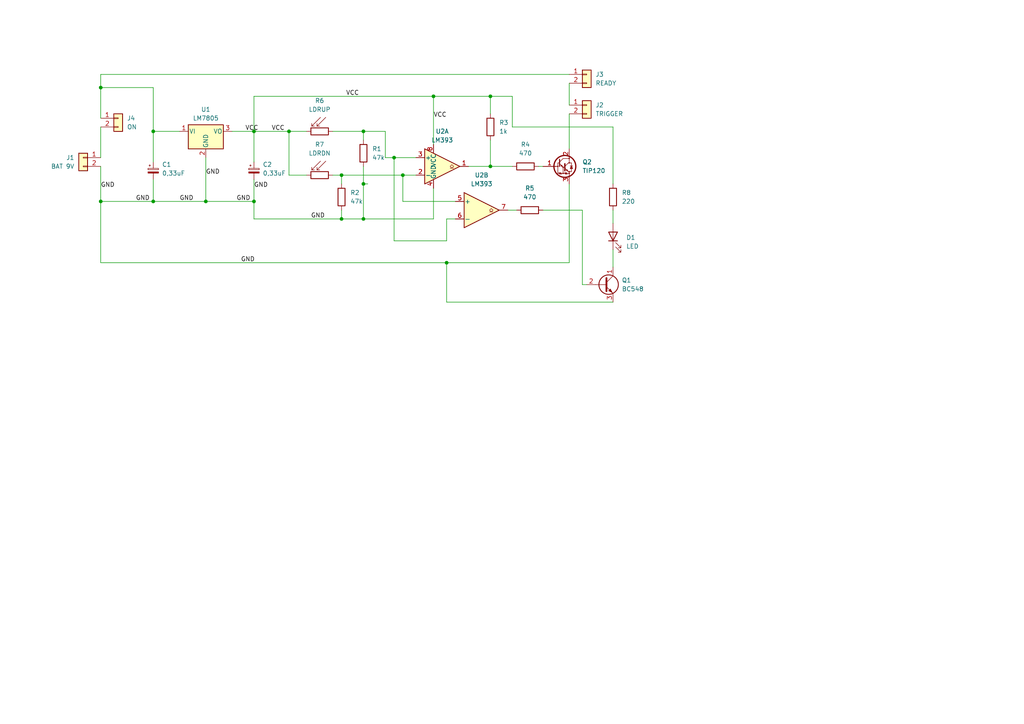
<source format=kicad_sch>
(kicad_sch
	(version 20250114)
	(generator "eeschema")
	(generator_version "9.0")
	(uuid "ae093865-4f5b-4e6d-9eba-48d65543423e")
	(paper "A4")
	(lib_symbols
		(symbol "Comparator:LM393"
			(pin_names
				(offset 0.127)
			)
			(exclude_from_sim no)
			(in_bom yes)
			(on_board yes)
			(property "Reference" "U2"
				(at 0 10.16 0)
				(effects
					(font
						(size 1.27 1.27)
					)
				)
			)
			(property "Value" "LM393"
				(at 0 7.62 0)
				(effects
					(font
						(size 1.27 1.27)
					)
				)
			)
			(property "Footprint" "Package_DIP:DIP-8_W7.62mm_Socket_LongPads"
				(at 0 0 0)
				(effects
					(font
						(size 1.27 1.27)
					)
					(hide yes)
				)
			)
			(property "Datasheet" "http://www.ti.com/lit/ds/symlink/lm393.pdf"
				(at 0 0 0)
				(effects
					(font
						(size 1.27 1.27)
					)
					(hide yes)
				)
			)
			(property "Description" "Low-Power, Low-Offset Voltage, Dual Comparators, DIP-8/SOIC-8/TO-99-8"
				(at 0 0 0)
				(effects
					(font
						(size 1.27 1.27)
					)
					(hide yes)
				)
			)
			(property "ki_locked" ""
				(at 0 0 0)
				(effects
					(font
						(size 1.27 1.27)
					)
				)
			)
			(property "ki_keywords" "cmp open collector"
				(at 0 0 0)
				(effects
					(font
						(size 1.27 1.27)
					)
					(hide yes)
				)
			)
			(property "ki_fp_filters" "SOIC*3.9x4.9mm*P1.27mm* DIP*W7.62mm* SOP*5.28x5.23mm*P1.27mm* VSSOP*3x3mm*P0.65mm* TSSOP*4.4x3mm*P0.65mm*"
				(at 0 0 0)
				(effects
					(font
						(size 1.27 1.27)
					)
					(hide yes)
				)
			)
			(symbol "LM393_1_1"
				(polyline
					(pts
						(xy -5.08 5.08) (xy 5.08 0) (xy -5.08 -5.08) (xy -5.08 5.08)
					)
					(stroke
						(width 0.254)
						(type default)
					)
					(fill
						(type background)
					)
				)
				(polyline
					(pts
						(xy 3.302 -0.508) (xy 2.794 -0.508) (xy 3.302 0) (xy 2.794 0.508) (xy 2.286 0) (xy 2.794 -0.508)
						(xy 2.286 -0.508)
					)
					(stroke
						(width 0.127)
						(type default)
					)
					(fill
						(type none)
					)
				)
				(pin input line
					(at -7.62 2.54 0)
					(length 2.54)
					(name "+"
						(effects
							(font
								(size 1.27 1.27)
							)
						)
					)
					(number "3"
						(effects
							(font
								(size 1.27 1.27)
							)
						)
					)
				)
				(pin input line
					(at -7.62 -2.54 0)
					(length 2.54)
					(name "-"
						(effects
							(font
								(size 1.27 1.27)
							)
						)
					)
					(number "2"
						(effects
							(font
								(size 1.27 1.27)
							)
						)
					)
				)
				(pin power_in line
					(at -2.54 6.35 270)
					(length 2.54)
					(name "VCC"
						(effects
							(font
								(size 1.27 1.27)
							)
						)
					)
					(number "8"
						(effects
							(font
								(size 1.27 1.27)
							)
						)
					)
				)
				(pin power_out line
					(at -2.54 -6.35 90)
					(length 2.54)
					(name "GND"
						(effects
							(font
								(size 1.27 1.27)
							)
						)
					)
					(number "4"
						(effects
							(font
								(size 1.27 1.27)
							)
						)
					)
				)
				(pin open_collector line
					(at 7.62 0 180)
					(length 2.54)
					(name "~"
						(effects
							(font
								(size 1.27 1.27)
							)
						)
					)
					(number "1"
						(effects
							(font
								(size 1.27 1.27)
							)
						)
					)
				)
			)
			(symbol "LM393_2_1"
				(polyline
					(pts
						(xy -5.08 5.08) (xy 5.08 0) (xy -5.08 -5.08) (xy -5.08 5.08)
					)
					(stroke
						(width 0.254)
						(type default)
					)
					(fill
						(type background)
					)
				)
				(polyline
					(pts
						(xy 3.302 -0.508) (xy 2.794 -0.508) (xy 3.302 0) (xy 2.794 0.508) (xy 2.286 0) (xy 2.794 -0.508)
						(xy 2.286 -0.508)
					)
					(stroke
						(width 0.127)
						(type default)
					)
					(fill
						(type none)
					)
				)
				(pin input line
					(at -7.62 2.54 0)
					(length 2.54)
					(name "+"
						(effects
							(font
								(size 1.27 1.27)
							)
						)
					)
					(number "5"
						(effects
							(font
								(size 1.27 1.27)
							)
						)
					)
				)
				(pin input line
					(at -7.62 -2.54 0)
					(length 2.54)
					(name "-"
						(effects
							(font
								(size 1.27 1.27)
							)
						)
					)
					(number "6"
						(effects
							(font
								(size 1.27 1.27)
							)
						)
					)
				)
				(pin open_collector line
					(at 7.62 0 180)
					(length 2.54)
					(name "~"
						(effects
							(font
								(size 1.27 1.27)
							)
						)
					)
					(number "7"
						(effects
							(font
								(size 1.27 1.27)
							)
						)
					)
				)
			)
			(symbol "LM393_3_1"
				(pin power_in line
					(at -2.54 7.62 270)
					(length 3.81)
					(name "V+"
						(effects
							(font
								(size 1.27 1.27)
							)
						)
					)
					(number "8"
						(effects
							(font
								(size 1.27 1.27)
							)
						)
					)
				)
				(pin power_in line
					(at -2.54 -7.62 90)
					(length 3.81)
					(name "V-"
						(effects
							(font
								(size 1.27 1.27)
							)
						)
					)
					(number "4"
						(effects
							(font
								(size 1.27 1.27)
							)
						)
					)
				)
			)
			(embedded_fonts no)
		)
		(symbol "Connector_Generic:Conn_01x02"
			(pin_names
				(offset 1.016)
				(hide yes)
			)
			(exclude_from_sim no)
			(in_bom yes)
			(on_board yes)
			(property "Reference" "J"
				(at 0 2.54 0)
				(effects
					(font
						(size 1.27 1.27)
					)
				)
			)
			(property "Value" "Conn_01x02"
				(at 0 -5.08 0)
				(effects
					(font
						(size 1.27 1.27)
					)
				)
			)
			(property "Footprint" ""
				(at 0 0 0)
				(effects
					(font
						(size 1.27 1.27)
					)
					(hide yes)
				)
			)
			(property "Datasheet" "~"
				(at 0 0 0)
				(effects
					(font
						(size 1.27 1.27)
					)
					(hide yes)
				)
			)
			(property "Description" "Generic connector, single row, 01x02, script generated (kicad-library-utils/schlib/autogen/connector/)"
				(at 0 0 0)
				(effects
					(font
						(size 1.27 1.27)
					)
					(hide yes)
				)
			)
			(property "ki_keywords" "connector"
				(at 0 0 0)
				(effects
					(font
						(size 1.27 1.27)
					)
					(hide yes)
				)
			)
			(property "ki_fp_filters" "Connector*:*_1x??_*"
				(at 0 0 0)
				(effects
					(font
						(size 1.27 1.27)
					)
					(hide yes)
				)
			)
			(symbol "Conn_01x02_1_1"
				(rectangle
					(start -1.27 1.27)
					(end 1.27 -3.81)
					(stroke
						(width 0.254)
						(type default)
					)
					(fill
						(type background)
					)
				)
				(rectangle
					(start -1.27 0.127)
					(end 0 -0.127)
					(stroke
						(width 0.1524)
						(type default)
					)
					(fill
						(type none)
					)
				)
				(rectangle
					(start -1.27 -2.413)
					(end 0 -2.667)
					(stroke
						(width 0.1524)
						(type default)
					)
					(fill
						(type none)
					)
				)
				(pin passive line
					(at -5.08 0 0)
					(length 3.81)
					(name "Pin_1"
						(effects
							(font
								(size 1.27 1.27)
							)
						)
					)
					(number "1"
						(effects
							(font
								(size 1.27 1.27)
							)
						)
					)
				)
				(pin passive line
					(at -5.08 -2.54 0)
					(length 3.81)
					(name "Pin_2"
						(effects
							(font
								(size 1.27 1.27)
							)
						)
					)
					(number "2"
						(effects
							(font
								(size 1.27 1.27)
							)
						)
					)
				)
			)
			(embedded_fonts no)
		)
		(symbol "Device:C_Polarized_Small"
			(pin_numbers
				(hide yes)
			)
			(pin_names
				(offset 0.254)
				(hide yes)
			)
			(exclude_from_sim no)
			(in_bom yes)
			(on_board yes)
			(property "Reference" "C"
				(at 0.254 1.778 0)
				(effects
					(font
						(size 1.27 1.27)
					)
					(justify left)
				)
			)
			(property "Value" "C_Polarized_Small"
				(at 0.254 -2.032 0)
				(effects
					(font
						(size 1.27 1.27)
					)
					(justify left)
				)
			)
			(property "Footprint" ""
				(at 0 0 0)
				(effects
					(font
						(size 1.27 1.27)
					)
					(hide yes)
				)
			)
			(property "Datasheet" "~"
				(at 0 0 0)
				(effects
					(font
						(size 1.27 1.27)
					)
					(hide yes)
				)
			)
			(property "Description" "Polarized capacitor, small symbol"
				(at 0 0 0)
				(effects
					(font
						(size 1.27 1.27)
					)
					(hide yes)
				)
			)
			(property "ki_keywords" "cap capacitor"
				(at 0 0 0)
				(effects
					(font
						(size 1.27 1.27)
					)
					(hide yes)
				)
			)
			(property "ki_fp_filters" "CP_*"
				(at 0 0 0)
				(effects
					(font
						(size 1.27 1.27)
					)
					(hide yes)
				)
			)
			(symbol "C_Polarized_Small_0_1"
				(rectangle
					(start -1.524 0.6858)
					(end 1.524 0.3048)
					(stroke
						(width 0)
						(type default)
					)
					(fill
						(type none)
					)
				)
				(rectangle
					(start -1.524 -0.3048)
					(end 1.524 -0.6858)
					(stroke
						(width 0)
						(type default)
					)
					(fill
						(type outline)
					)
				)
				(polyline
					(pts
						(xy -1.27 1.524) (xy -0.762 1.524)
					)
					(stroke
						(width 0)
						(type default)
					)
					(fill
						(type none)
					)
				)
				(polyline
					(pts
						(xy -1.016 1.27) (xy -1.016 1.778)
					)
					(stroke
						(width 0)
						(type default)
					)
					(fill
						(type none)
					)
				)
			)
			(symbol "C_Polarized_Small_1_1"
				(pin passive line
					(at 0 2.54 270)
					(length 1.8542)
					(name "~"
						(effects
							(font
								(size 1.27 1.27)
							)
						)
					)
					(number "1"
						(effects
							(font
								(size 1.27 1.27)
							)
						)
					)
				)
				(pin passive line
					(at 0 -2.54 90)
					(length 1.8542)
					(name "~"
						(effects
							(font
								(size 1.27 1.27)
							)
						)
					)
					(number "2"
						(effects
							(font
								(size 1.27 1.27)
							)
						)
					)
				)
			)
			(embedded_fonts no)
		)
		(symbol "Device:LED"
			(pin_numbers
				(hide yes)
			)
			(pin_names
				(offset 1.016)
				(hide yes)
			)
			(exclude_from_sim no)
			(in_bom yes)
			(on_board yes)
			(property "Reference" "D"
				(at 0 2.54 0)
				(effects
					(font
						(size 1.27 1.27)
					)
				)
			)
			(property "Value" "LED"
				(at 0 -2.54 0)
				(effects
					(font
						(size 1.27 1.27)
					)
				)
			)
			(property "Footprint" ""
				(at 0 0 0)
				(effects
					(font
						(size 1.27 1.27)
					)
					(hide yes)
				)
			)
			(property "Datasheet" "~"
				(at 0 0 0)
				(effects
					(font
						(size 1.27 1.27)
					)
					(hide yes)
				)
			)
			(property "Description" "Light emitting diode"
				(at 0 0 0)
				(effects
					(font
						(size 1.27 1.27)
					)
					(hide yes)
				)
			)
			(property "Sim.Pins" "1=K 2=A"
				(at 0 0 0)
				(effects
					(font
						(size 1.27 1.27)
					)
					(hide yes)
				)
			)
			(property "ki_keywords" "LED diode"
				(at 0 0 0)
				(effects
					(font
						(size 1.27 1.27)
					)
					(hide yes)
				)
			)
			(property "ki_fp_filters" "LED* LED_SMD:* LED_THT:*"
				(at 0 0 0)
				(effects
					(font
						(size 1.27 1.27)
					)
					(hide yes)
				)
			)
			(symbol "LED_0_1"
				(polyline
					(pts
						(xy -3.048 -0.762) (xy -4.572 -2.286) (xy -3.81 -2.286) (xy -4.572 -2.286) (xy -4.572 -1.524)
					)
					(stroke
						(width 0)
						(type default)
					)
					(fill
						(type none)
					)
				)
				(polyline
					(pts
						(xy -1.778 -0.762) (xy -3.302 -2.286) (xy -2.54 -2.286) (xy -3.302 -2.286) (xy -3.302 -1.524)
					)
					(stroke
						(width 0)
						(type default)
					)
					(fill
						(type none)
					)
				)
				(polyline
					(pts
						(xy -1.27 0) (xy 1.27 0)
					)
					(stroke
						(width 0)
						(type default)
					)
					(fill
						(type none)
					)
				)
				(polyline
					(pts
						(xy -1.27 -1.27) (xy -1.27 1.27)
					)
					(stroke
						(width 0.254)
						(type default)
					)
					(fill
						(type none)
					)
				)
				(polyline
					(pts
						(xy 1.27 -1.27) (xy 1.27 1.27) (xy -1.27 0) (xy 1.27 -1.27)
					)
					(stroke
						(width 0.254)
						(type default)
					)
					(fill
						(type none)
					)
				)
			)
			(symbol "LED_1_1"
				(pin passive line
					(at -3.81 0 0)
					(length 2.54)
					(name "K"
						(effects
							(font
								(size 1.27 1.27)
							)
						)
					)
					(number "1"
						(effects
							(font
								(size 1.27 1.27)
							)
						)
					)
				)
				(pin passive line
					(at 3.81 0 180)
					(length 2.54)
					(name "A"
						(effects
							(font
								(size 1.27 1.27)
							)
						)
					)
					(number "2"
						(effects
							(font
								(size 1.27 1.27)
							)
						)
					)
				)
			)
			(embedded_fonts no)
		)
		(symbol "Device:R"
			(pin_numbers
				(hide yes)
			)
			(pin_names
				(offset 0)
			)
			(exclude_from_sim no)
			(in_bom yes)
			(on_board yes)
			(property "Reference" "R"
				(at 2.032 0 90)
				(effects
					(font
						(size 1.27 1.27)
					)
				)
			)
			(property "Value" "R"
				(at 0 0 90)
				(effects
					(font
						(size 1.27 1.27)
					)
				)
			)
			(property "Footprint" ""
				(at -1.778 0 90)
				(effects
					(font
						(size 1.27 1.27)
					)
					(hide yes)
				)
			)
			(property "Datasheet" "~"
				(at 0 0 0)
				(effects
					(font
						(size 1.27 1.27)
					)
					(hide yes)
				)
			)
			(property "Description" "Resistor"
				(at 0 0 0)
				(effects
					(font
						(size 1.27 1.27)
					)
					(hide yes)
				)
			)
			(property "ki_keywords" "R res resistor"
				(at 0 0 0)
				(effects
					(font
						(size 1.27 1.27)
					)
					(hide yes)
				)
			)
			(property "ki_fp_filters" "R_*"
				(at 0 0 0)
				(effects
					(font
						(size 1.27 1.27)
					)
					(hide yes)
				)
			)
			(symbol "R_0_1"
				(rectangle
					(start -1.016 -2.54)
					(end 1.016 2.54)
					(stroke
						(width 0.254)
						(type default)
					)
					(fill
						(type none)
					)
				)
			)
			(symbol "R_1_1"
				(pin passive line
					(at 0 3.81 270)
					(length 1.27)
					(name "~"
						(effects
							(font
								(size 1.27 1.27)
							)
						)
					)
					(number "1"
						(effects
							(font
								(size 1.27 1.27)
							)
						)
					)
				)
				(pin passive line
					(at 0 -3.81 90)
					(length 1.27)
					(name "~"
						(effects
							(font
								(size 1.27 1.27)
							)
						)
					)
					(number "2"
						(effects
							(font
								(size 1.27 1.27)
							)
						)
					)
				)
			)
			(embedded_fonts no)
		)
		(symbol "New_Library:LM393_PINOS_VCC_GND"
			(pin_names
				(offset 0.127)
			)
			(exclude_from_sim no)
			(in_bom yes)
			(on_board yes)
			(property "Reference" "U"
				(at 3.81 3.81 0)
				(effects
					(font
						(size 1.27 1.27)
					)
				)
			)
			(property "Value" "LM393_PINOS_VCC_GND"
				(at 6.35 -3.81 0)
				(effects
					(font
						(size 1.27 1.27)
					)
				)
			)
			(property "Footprint" ""
				(at 0 0 0)
				(effects
					(font
						(size 1.27 1.27)
					)
					(hide yes)
				)
			)
			(property "Datasheet" ""
				(at -0.254 -6.858 0)
				(effects
					(font
						(size 1.27 1.27)
					)
					(hide yes)
				)
			)
			(property "Description" "Low-Power, Low-Offset Voltage, Dual Comparators, DIP-8/SOIC-8/SOP-8/TSSOP-8/VSSOP-8"
				(at 0 0 0)
				(effects
					(font
						(size 1.27 1.27)
					)
					(hide yes)
				)
			)
			(property "ki_locked" ""
				(at 0 0 0)
				(effects
					(font
						(size 1.27 1.27)
					)
				)
			)
			(property "ki_keywords" "cmp open collector"
				(at 0 0 0)
				(effects
					(font
						(size 1.27 1.27)
					)
					(hide yes)
				)
			)
			(property "ki_fp_filters" "SOIC*3.9x4.9mm*P1.27mm* DIP*W7.62mm* SOP*5.28x5.23mm*P1.27mm* VSSOP*3x3mm*P0.65mm* TSSOP*4.4x3mm*P0.65mm*"
				(at 0 0 0)
				(effects
					(font
						(size 1.27 1.27)
					)
					(hide yes)
				)
			)
			(symbol "LM393_PINOS_VCC_GND_1_1"
				(polyline
					(pts
						(xy -5.08 5.08) (xy 5.08 0) (xy -5.08 -5.08) (xy -5.08 5.08)
					)
					(stroke
						(width 0.254)
						(type default)
					)
					(fill
						(type background)
					)
				)
				(polyline
					(pts
						(xy 3.302 -0.508) (xy 2.794 -0.508) (xy 3.302 0) (xy 2.794 0.508) (xy 2.286 0) (xy 2.794 -0.508)
						(xy 2.286 -0.508)
					)
					(stroke
						(width 0.127)
						(type default)
					)
					(fill
						(type none)
					)
				)
				(pin input line
					(at -7.62 2.54 0)
					(length 2.54)
					(name "+"
						(effects
							(font
								(size 1.27 1.27)
							)
						)
					)
					(number "3"
						(effects
							(font
								(size 1.27 1.27)
							)
						)
					)
				)
				(pin input line
					(at -7.62 -2.54 0)
					(length 2.54)
					(name "-"
						(effects
							(font
								(size 1.27 1.27)
							)
						)
					)
					(number "2"
						(effects
							(font
								(size 1.27 1.27)
							)
						)
					)
				)
				(pin input line
					(at -2.54 6.35 270)
					(length 2.54)
					(name "VCC"
						(effects
							(font
								(size 1.27 1.27)
							)
						)
					)
					(number "8"
						(effects
							(font
								(size 1.27 1.27)
							)
						)
					)
				)
				(pin input line
					(at -2.54 -6.35 90)
					(length 2.54)
					(name "GND"
						(effects
							(font
								(size 1.27 1.27)
							)
						)
					)
					(number "4"
						(effects
							(font
								(size 1.27 1.27)
							)
						)
					)
				)
				(pin open_collector line
					(at 7.62 0 180)
					(length 2.54)
					(name "~"
						(effects
							(font
								(size 1.27 1.27)
							)
						)
					)
					(number "1"
						(effects
							(font
								(size 1.27 1.27)
							)
						)
					)
				)
			)
			(symbol "LM393_PINOS_VCC_GND_2_1"
				(polyline
					(pts
						(xy -5.08 5.08) (xy 5.08 0) (xy -5.08 -5.08) (xy -5.08 5.08)
					)
					(stroke
						(width 0.254)
						(type default)
					)
					(fill
						(type background)
					)
				)
				(polyline
					(pts
						(xy 3.302 -0.508) (xy 2.794 -0.508) (xy 3.302 0) (xy 2.794 0.508) (xy 2.286 0) (xy 2.794 -0.508)
						(xy 2.286 -0.508)
					)
					(stroke
						(width 0.127)
						(type default)
					)
					(fill
						(type none)
					)
				)
				(pin input line
					(at -7.62 2.54 0)
					(length 2.54)
					(name "+"
						(effects
							(font
								(size 1.27 1.27)
							)
						)
					)
					(number "5"
						(effects
							(font
								(size 1.27 1.27)
							)
						)
					)
				)
				(pin input line
					(at -7.62 -2.54 0)
					(length 2.54)
					(name "-"
						(effects
							(font
								(size 1.27 1.27)
							)
						)
					)
					(number "6"
						(effects
							(font
								(size 1.27 1.27)
							)
						)
					)
				)
				(pin open_collector line
					(at 7.62 0 180)
					(length 2.54)
					(name "~"
						(effects
							(font
								(size 1.27 1.27)
							)
						)
					)
					(number "7"
						(effects
							(font
								(size 1.27 1.27)
							)
						)
					)
				)
			)
			(symbol "LM393_PINOS_VCC_GND_3_1"
				(pin power_in line
					(at -2.54 7.62 270)
					(length 3.81)
					(name "V+"
						(effects
							(font
								(size 1.27 1.27)
							)
						)
					)
					(number "8"
						(effects
							(font
								(size 1.27 1.27)
							)
						)
					)
				)
				(pin power_in line
					(at -2.54 -7.62 90)
					(length 3.81)
					(name "V-"
						(effects
							(font
								(size 1.27 1.27)
							)
						)
					)
					(number "4"
						(effects
							(font
								(size 1.27 1.27)
							)
						)
					)
				)
			)
			(embedded_fonts no)
		)
		(symbol "Regulator_Linear:LM7805_TO220"
			(pin_names
				(offset 0.254)
			)
			(exclude_from_sim no)
			(in_bom yes)
			(on_board yes)
			(property "Reference" "U"
				(at -3.81 3.175 0)
				(effects
					(font
						(size 1.27 1.27)
					)
				)
			)
			(property "Value" "LM7805_TO220"
				(at 0 3.175 0)
				(effects
					(font
						(size 1.27 1.27)
					)
					(justify left)
				)
			)
			(property "Footprint" "Package_TO_SOT_THT:TO-220-3_Vertical"
				(at 0 5.715 0)
				(effects
					(font
						(size 1.27 1.27)
						(italic yes)
					)
					(hide yes)
				)
			)
			(property "Datasheet" "https://www.onsemi.cn/PowerSolutions/document/MC7800-D.PDF"
				(at 0 -1.27 0)
				(effects
					(font
						(size 1.27 1.27)
					)
					(hide yes)
				)
			)
			(property "Description" "Positive 1A 35V Linear Regulator, Fixed Output 5V, TO-220"
				(at 0 0 0)
				(effects
					(font
						(size 1.27 1.27)
					)
					(hide yes)
				)
			)
			(property "ki_keywords" "Voltage Regulator 1A Positive"
				(at 0 0 0)
				(effects
					(font
						(size 1.27 1.27)
					)
					(hide yes)
				)
			)
			(property "ki_fp_filters" "TO?220*"
				(at 0 0 0)
				(effects
					(font
						(size 1.27 1.27)
					)
					(hide yes)
				)
			)
			(symbol "LM7805_TO220_0_1"
				(rectangle
					(start -5.08 1.905)
					(end 5.08 -5.08)
					(stroke
						(width 0.254)
						(type default)
					)
					(fill
						(type background)
					)
				)
			)
			(symbol "LM7805_TO220_1_1"
				(pin power_in line
					(at -7.62 0 0)
					(length 2.54)
					(name "VI"
						(effects
							(font
								(size 1.27 1.27)
							)
						)
					)
					(number "1"
						(effects
							(font
								(size 1.27 1.27)
							)
						)
					)
				)
				(pin power_in line
					(at 0 -7.62 90)
					(length 2.54)
					(name "GND"
						(effects
							(font
								(size 1.27 1.27)
							)
						)
					)
					(number "2"
						(effects
							(font
								(size 1.27 1.27)
							)
						)
					)
				)
				(pin power_out line
					(at 7.62 0 180)
					(length 2.54)
					(name "VO"
						(effects
							(font
								(size 1.27 1.27)
							)
						)
					)
					(number "3"
						(effects
							(font
								(size 1.27 1.27)
							)
						)
					)
				)
			)
			(embedded_fonts no)
		)
		(symbol "Sensor_Optical:LDR03"
			(pin_numbers
				(hide yes)
			)
			(pin_names
				(offset 0)
			)
			(exclude_from_sim no)
			(in_bom yes)
			(on_board yes)
			(property "Reference" "R"
				(at -5.08 0 90)
				(effects
					(font
						(size 1.27 1.27)
					)
				)
			)
			(property "Value" "LDR03"
				(at 1.905 0 90)
				(effects
					(font
						(size 1.27 1.27)
					)
					(justify top)
				)
			)
			(property "Footprint" "OptoDevice:R_LDR_10x8.5mm_P7.6mm_Vertical"
				(at 4.445 0 90)
				(effects
					(font
						(size 1.27 1.27)
					)
					(hide yes)
				)
			)
			(property "Datasheet" "http://www.elektronica-componenten.nl/WebRoot/StoreNL/Shops/61422969/54F1/BA0C/C664/31B9/2173/C0A8/2AB9/2AEF/LDR03IMP.pdf"
				(at 0 -1.27 0)
				(effects
					(font
						(size 1.27 1.27)
					)
					(hide yes)
				)
			)
			(property "Description" "light dependent resistor"
				(at 0 0 0)
				(effects
					(font
						(size 1.27 1.27)
					)
					(hide yes)
				)
			)
			(property "ki_keywords" "light dependent photo resistor LDR"
				(at 0 0 0)
				(effects
					(font
						(size 1.27 1.27)
					)
					(hide yes)
				)
			)
			(property "ki_fp_filters" "R*LDR*10x8.5mm*P7.6mm*"
				(at 0 0 0)
				(effects
					(font
						(size 1.27 1.27)
					)
					(hide yes)
				)
			)
			(symbol "LDR03_0_1"
				(polyline
					(pts
						(xy -1.524 -0.762) (xy -4.064 1.778)
					)
					(stroke
						(width 0)
						(type default)
					)
					(fill
						(type none)
					)
				)
				(polyline
					(pts
						(xy -1.524 -0.762) (xy -2.286 -0.762)
					)
					(stroke
						(width 0)
						(type default)
					)
					(fill
						(type none)
					)
				)
				(polyline
					(pts
						(xy -1.524 -0.762) (xy -1.524 0)
					)
					(stroke
						(width 0)
						(type default)
					)
					(fill
						(type none)
					)
				)
				(polyline
					(pts
						(xy -1.524 -2.286) (xy -4.064 0.254)
					)
					(stroke
						(width 0)
						(type default)
					)
					(fill
						(type none)
					)
				)
				(polyline
					(pts
						(xy -1.524 -2.286) (xy -2.286 -2.286)
					)
					(stroke
						(width 0)
						(type default)
					)
					(fill
						(type none)
					)
				)
				(polyline
					(pts
						(xy -1.524 -2.286) (xy -1.524 -1.524)
					)
					(stroke
						(width 0)
						(type default)
					)
					(fill
						(type none)
					)
				)
				(rectangle
					(start -1.016 2.54)
					(end 1.016 -2.54)
					(stroke
						(width 0.254)
						(type default)
					)
					(fill
						(type none)
					)
				)
			)
			(symbol "LDR03_1_1"
				(pin passive line
					(at 0 3.81 270)
					(length 1.27)
					(name "~"
						(effects
							(font
								(size 1.27 1.27)
							)
						)
					)
					(number "1"
						(effects
							(font
								(size 1.27 1.27)
							)
						)
					)
				)
				(pin passive line
					(at 0 -3.81 90)
					(length 1.27)
					(name "~"
						(effects
							(font
								(size 1.27 1.27)
							)
						)
					)
					(number "2"
						(effects
							(font
								(size 1.27 1.27)
							)
						)
					)
				)
			)
			(embedded_fonts no)
		)
		(symbol "Transistor_BJT:BC548"
			(pin_names
				(offset 0)
				(hide yes)
			)
			(exclude_from_sim no)
			(in_bom yes)
			(on_board yes)
			(property "Reference" "Q"
				(at 5.08 1.905 0)
				(effects
					(font
						(size 1.27 1.27)
					)
					(justify left)
				)
			)
			(property "Value" "BC548"
				(at 5.08 0 0)
				(effects
					(font
						(size 1.27 1.27)
					)
					(justify left)
				)
			)
			(property "Footprint" "Package_TO_SOT_THT:TO-92_Inline"
				(at 5.08 -1.905 0)
				(effects
					(font
						(size 1.27 1.27)
						(italic yes)
					)
					(justify left)
					(hide yes)
				)
			)
			(property "Datasheet" "https://www.onsemi.com/pub/Collateral/BC550-D.pdf"
				(at 0 0 0)
				(effects
					(font
						(size 1.27 1.27)
					)
					(justify left)
					(hide yes)
				)
			)
			(property "Description" "0.1A Ic, 30V Vce, Small Signal NPN Transistor, TO-92"
				(at 0 0 0)
				(effects
					(font
						(size 1.27 1.27)
					)
					(hide yes)
				)
			)
			(property "ki_keywords" "NPN Transistor"
				(at 0 0 0)
				(effects
					(font
						(size 1.27 1.27)
					)
					(hide yes)
				)
			)
			(property "ki_fp_filters" "TO?92*"
				(at 0 0 0)
				(effects
					(font
						(size 1.27 1.27)
					)
					(hide yes)
				)
			)
			(symbol "BC548_0_1"
				(polyline
					(pts
						(xy -2.54 0) (xy 0.635 0)
					)
					(stroke
						(width 0)
						(type default)
					)
					(fill
						(type none)
					)
				)
				(polyline
					(pts
						(xy 0.635 1.905) (xy 0.635 -1.905)
					)
					(stroke
						(width 0.508)
						(type default)
					)
					(fill
						(type none)
					)
				)
				(circle
					(center 1.27 0)
					(radius 2.8194)
					(stroke
						(width 0.254)
						(type default)
					)
					(fill
						(type none)
					)
				)
			)
			(symbol "BC548_1_1"
				(polyline
					(pts
						(xy 0.635 0.635) (xy 2.54 2.54)
					)
					(stroke
						(width 0)
						(type default)
					)
					(fill
						(type none)
					)
				)
				(polyline
					(pts
						(xy 0.635 -0.635) (xy 2.54 -2.54)
					)
					(stroke
						(width 0)
						(type default)
					)
					(fill
						(type none)
					)
				)
				(polyline
					(pts
						(xy 1.27 -1.778) (xy 1.778 -1.27) (xy 2.286 -2.286) (xy 1.27 -1.778)
					)
					(stroke
						(width 0)
						(type default)
					)
					(fill
						(type outline)
					)
				)
				(pin input line
					(at -5.08 0 0)
					(length 2.54)
					(name "B"
						(effects
							(font
								(size 1.27 1.27)
							)
						)
					)
					(number "2"
						(effects
							(font
								(size 1.27 1.27)
							)
						)
					)
				)
				(pin passive line
					(at 2.54 5.08 270)
					(length 2.54)
					(name "C"
						(effects
							(font
								(size 1.27 1.27)
							)
						)
					)
					(number "1"
						(effects
							(font
								(size 1.27 1.27)
							)
						)
					)
				)
				(pin passive line
					(at 2.54 -5.08 90)
					(length 2.54)
					(name "E"
						(effects
							(font
								(size 1.27 1.27)
							)
						)
					)
					(number "3"
						(effects
							(font
								(size 1.27 1.27)
							)
						)
					)
				)
			)
			(embedded_fonts no)
		)
		(symbol "Transistor_BJT:TIP120"
			(pin_names
				(offset 0)
				(hide yes)
			)
			(exclude_from_sim no)
			(in_bom yes)
			(on_board yes)
			(property "Reference" "Q"
				(at 5.08 1.905 0)
				(effects
					(font
						(size 1.27 1.27)
					)
					(justify left)
				)
			)
			(property "Value" "TIP120"
				(at 5.08 0 0)
				(effects
					(font
						(size 1.27 1.27)
					)
					(justify left)
				)
			)
			(property "Footprint" "Package_TO_SOT_THT:TO-220-3_Vertical"
				(at 5.08 -1.905 0)
				(effects
					(font
						(size 1.27 1.27)
						(italic yes)
					)
					(justify left)
					(hide yes)
				)
			)
			(property "Datasheet" "https://www.onsemi.com/pub/Collateral/TIP120-D.PDF"
				(at 0 0 0)
				(effects
					(font
						(size 1.27 1.27)
					)
					(justify left)
					(hide yes)
				)
			)
			(property "Description" "5A Ic, 60V Vce, Silicon Darlington Power NPN Transistor, TO-220"
				(at 0 0 0)
				(effects
					(font
						(size 1.27 1.27)
					)
					(hide yes)
				)
			)
			(property "ki_keywords" "Darlington Power NPN Transistor"
				(at 0 0 0)
				(effects
					(font
						(size 1.27 1.27)
					)
					(hide yes)
				)
			)
			(property "ki_fp_filters" "TO?220*"
				(at 0 0 0)
				(effects
					(font
						(size 1.27 1.27)
					)
					(hide yes)
				)
			)
			(symbol "TIP120_0_1"
				(polyline
					(pts
						(xy -1.27 0) (xy -0.889 0)
					)
					(stroke
						(width 0)
						(type default)
					)
					(fill
						(type none)
					)
				)
				(circle
					(center -0.762 0)
					(radius 0.127)
					(stroke
						(width 0)
						(type default)
					)
					(fill
						(type none)
					)
				)
				(polyline
					(pts
						(xy -0.254 2.032) (xy -0.254 0) (xy -0.254 0)
					)
					(stroke
						(width 0.3048)
						(type default)
					)
					(fill
						(type none)
					)
				)
				(polyline
					(pts
						(xy -0.254 1.27) (xy 0.762 2.286) (xy 2.54 2.286)
					)
					(stroke
						(width 0)
						(type default)
					)
					(fill
						(type none)
					)
				)
				(polyline
					(pts
						(xy -0.254 1.016) (xy -0.762 1.016) (xy -0.762 -2.032)
					)
					(stroke
						(width 0)
						(type default)
					)
					(fill
						(type none)
					)
				)
				(polyline
					(pts
						(xy -0.254 0.762) (xy 0.762 -0.254) (xy 1.27 -0.254)
					)
					(stroke
						(width 0)
						(type default)
					)
					(fill
						(type none)
					)
				)
				(polyline
					(pts
						(xy 0.635 -0.127) (xy 0.381 0.381) (xy 0.127 0.127) (xy 0.635 -0.127)
					)
					(stroke
						(width 0)
						(type default)
					)
					(fill
						(type none)
					)
				)
				(polyline
					(pts
						(xy 0.762 -0.254) (xy 0.762 -2.032) (xy 1.143 -2.032) (xy 1.27 -1.778) (xy 1.397 -2.286) (xy 1.524 -1.778)
						(xy 1.651 -2.286) (xy 1.778 -1.778) (xy 1.905 -2.286) (xy 2.032 -2.032) (xy 2.54 -2.032)
					)
					(stroke
						(width 0)
						(type default)
					)
					(fill
						(type none)
					)
				)
				(circle
					(center 0.762 -0.254)
					(radius 0.127)
					(stroke
						(width 0)
						(type default)
					)
					(fill
						(type none)
					)
				)
				(polyline
					(pts
						(xy 0.762 -2.032) (xy 0.381 -2.032) (xy 0.254 -2.286) (xy 0.127 -1.778) (xy 0 -2.286) (xy -0.127 -1.778)
						(xy -0.254 -2.286) (xy -0.381 -1.778) (xy -0.508 -2.032) (xy -0.762 -2.032)
					)
					(stroke
						(width 0)
						(type default)
					)
					(fill
						(type none)
					)
				)
				(circle
					(center 0.762 -2.032)
					(radius 0.127)
					(stroke
						(width 0)
						(type default)
					)
					(fill
						(type none)
					)
				)
				(polyline
					(pts
						(xy 1.27 0.762) (xy 1.27 -1.27) (xy 1.27 -1.27)
					)
					(stroke
						(width 0.381)
						(type default)
					)
					(fill
						(type none)
					)
				)
				(polyline
					(pts
						(xy 1.27 0) (xy 2.286 1.016) (xy 2.54 1.016) (xy 2.54 2.286)
					)
					(stroke
						(width 0)
						(type default)
					)
					(fill
						(type none)
					)
				)
				(circle
					(center 1.27 0)
					(radius 3.175)
					(stroke
						(width 0.3556)
						(type default)
					)
					(fill
						(type none)
					)
				)
				(polyline
					(pts
						(xy 1.27 -0.508) (xy 2.286 -1.524) (xy 2.54 -1.524) (xy 2.54 -2.032)
					)
					(stroke
						(width 0)
						(type default)
					)
					(fill
						(type none)
					)
				)
				(polyline
					(pts
						(xy 2.159 -1.397) (xy 1.905 -0.889) (xy 1.651 -1.143) (xy 2.159 -1.397)
					)
					(stroke
						(width 0)
						(type default)
					)
					(fill
						(type none)
					)
				)
				(circle
					(center 2.54 2.286)
					(radius 0.127)
					(stroke
						(width 0)
						(type default)
					)
					(fill
						(type none)
					)
				)
				(circle
					(center 2.54 1.016)
					(radius 0.127)
					(stroke
						(width 0)
						(type default)
					)
					(fill
						(type none)
					)
				)
				(polyline
					(pts
						(xy 2.54 -1.524) (xy 3.175 -1.524)
					)
					(stroke
						(width 0)
						(type default)
					)
					(fill
						(type none)
					)
				)
				(circle
					(center 2.54 -1.524)
					(radius 0.127)
					(stroke
						(width 0)
						(type default)
					)
					(fill
						(type none)
					)
				)
				(polyline
					(pts
						(xy 2.54 -2.032) (xy 2.54 -2.54)
					)
					(stroke
						(width 0)
						(type default)
					)
					(fill
						(type none)
					)
				)
				(circle
					(center 2.54 -2.032)
					(radius 0.127)
					(stroke
						(width 0)
						(type default)
					)
					(fill
						(type none)
					)
				)
				(polyline
					(pts
						(xy 2.794 0.127) (xy 3.556 0.127)
					)
					(stroke
						(width 0)
						(type default)
					)
					(fill
						(type none)
					)
				)
				(polyline
					(pts
						(xy 3.175 1.016) (xy 2.54 1.016)
					)
					(stroke
						(width 0)
						(type default)
					)
					(fill
						(type none)
					)
				)
				(polyline
					(pts
						(xy 3.175 1.016) (xy 3.175 0.127)
					)
					(stroke
						(width 0)
						(type default)
					)
					(fill
						(type none)
					)
				)
				(polyline
					(pts
						(xy 3.175 0.127) (xy 2.794 -0.635) (xy 3.556 -0.635) (xy 3.175 0.127)
					)
					(stroke
						(width 0)
						(type default)
					)
					(fill
						(type outline)
					)
				)
				(polyline
					(pts
						(xy 3.175 -0.635) (xy 3.175 -1.524)
					)
					(stroke
						(width 0)
						(type default)
					)
					(fill
						(type none)
					)
				)
			)
			(symbol "TIP120_1_1"
				(pin input line
					(at -5.08 0 0)
					(length 3.81)
					(name "B"
						(effects
							(font
								(size 1.27 1.27)
							)
						)
					)
					(number "1"
						(effects
							(font
								(size 1.27 1.27)
							)
						)
					)
				)
				(pin passive line
					(at 2.54 5.08 270)
					(length 2.667)
					(name "C"
						(effects
							(font
								(size 1.27 1.27)
							)
						)
					)
					(number "2"
						(effects
							(font
								(size 1.27 1.27)
							)
						)
					)
				)
				(pin passive line
					(at 2.54 -5.08 90)
					(length 2.54)
					(name "E"
						(effects
							(font
								(size 1.27 1.27)
							)
						)
					)
					(number "3"
						(effects
							(font
								(size 1.27 1.27)
							)
						)
					)
				)
			)
			(embedded_fonts no)
		)
	)
	(junction
		(at 105.41 38.1)
		(diameter 0)
		(color 0 0 0 0)
		(uuid "02eddab8-c2e0-4bc6-9692-587bfb584b4b")
	)
	(junction
		(at 99.06 63.5)
		(diameter 0)
		(color 0 0 0 0)
		(uuid "0de06580-e5ba-43be-8eaf-1a48f5751e30")
	)
	(junction
		(at 116.84 50.8)
		(diameter 0)
		(color 0 0 0 0)
		(uuid "1ac46189-61ca-4ef3-a13e-18ba170aefbe")
	)
	(junction
		(at 105.41 53.34)
		(diameter 0)
		(color 0 0 0 0)
		(uuid "2d7a3765-974a-4272-9e00-59382b27d5ce")
	)
	(junction
		(at 59.69 58.42)
		(diameter 0)
		(color 0 0 0 0)
		(uuid "4058ae07-02d2-4568-b282-80a13ef4cdaf")
	)
	(junction
		(at 44.45 58.42)
		(diameter 0)
		(color 0 0 0 0)
		(uuid "416fb3b4-b385-4e9b-954f-77310d16b73e")
	)
	(junction
		(at 129.54 76.2)
		(diameter 0)
		(color 0 0 0 0)
		(uuid "4f4d96ed-26a7-44c9-b2ea-4ecd2b5facc2")
	)
	(junction
		(at 125.73 27.94)
		(diameter 0)
		(color 0 0 0 0)
		(uuid "5b8efa70-88e2-498f-99ae-c7f4e551c672")
	)
	(junction
		(at 114.3 45.72)
		(diameter 0)
		(color 0 0 0 0)
		(uuid "70fbc856-1932-4cf6-95e5-402862a12277")
	)
	(junction
		(at 29.21 25.4)
		(diameter 0)
		(color 0 0 0 0)
		(uuid "71856149-1879-449f-9be9-692befea0f7b")
	)
	(junction
		(at 44.45 38.1)
		(diameter 0)
		(color 0 0 0 0)
		(uuid "84be01e5-4738-4816-99b1-02c192242f61")
	)
	(junction
		(at 83.82 38.1)
		(diameter 0)
		(color 0 0 0 0)
		(uuid "8b0a6565-2976-4aed-baff-7a11960c9305")
	)
	(junction
		(at 29.21 58.42)
		(diameter 0)
		(color 0 0 0 0)
		(uuid "8e742604-9d91-466c-919f-19990f698548")
	)
	(junction
		(at 73.66 58.42)
		(diameter 0)
		(color 0 0 0 0)
		(uuid "90632572-8385-4eae-926c-63e5a5f66ebb")
	)
	(junction
		(at 142.24 48.26)
		(diameter 0)
		(color 0 0 0 0)
		(uuid "a3dd9d94-1c20-4a6d-aab5-a02d5b39331f")
	)
	(junction
		(at 105.41 63.5)
		(diameter 0)
		(color 0 0 0 0)
		(uuid "b1d61dac-eff8-4b81-995e-e4257756278b")
	)
	(junction
		(at 73.66 38.1)
		(diameter 0)
		(color 0 0 0 0)
		(uuid "e64712ca-cb5f-4dca-a791-40ae8b91c365")
	)
	(junction
		(at 142.24 27.94)
		(diameter 0)
		(color 0 0 0 0)
		(uuid "ee542127-b33f-49c1-9d7f-7c89336098d1")
	)
	(junction
		(at 99.06 50.8)
		(diameter 0)
		(color 0 0 0 0)
		(uuid "f0feb628-a1fe-4ae3-afe5-ffd92e3c2a75")
	)
	(wire
		(pts
			(xy 29.21 25.4) (xy 44.45 25.4)
		)
		(stroke
			(width 0)
			(type default)
		)
		(uuid "00048b2e-2e6f-4a2a-855c-56759e341444")
	)
	(wire
		(pts
			(xy 105.41 53.34) (xy 106.68 53.34)
		)
		(stroke
			(width 0)
			(type default)
		)
		(uuid "01fd99e2-fe2b-4c16-ad80-da51ac8d046d")
	)
	(wire
		(pts
			(xy 105.41 48.26) (xy 105.41 53.34)
		)
		(stroke
			(width 0)
			(type default)
		)
		(uuid "03043a23-a178-4250-b536-33cbabb29e5e")
	)
	(wire
		(pts
			(xy 105.41 63.5) (xy 125.73 63.5)
		)
		(stroke
			(width 0)
			(type default)
		)
		(uuid "05caec42-3011-4bd9-97f2-957839b2dfde")
	)
	(wire
		(pts
			(xy 73.66 63.5) (xy 99.06 63.5)
		)
		(stroke
			(width 0)
			(type default)
		)
		(uuid "05f55a8f-37e3-4c89-ad5e-2a763b8d898c")
	)
	(wire
		(pts
			(xy 125.73 27.94) (xy 142.24 27.94)
		)
		(stroke
			(width 0)
			(type default)
		)
		(uuid "078d6c20-af69-425b-b8cb-e48b2f987c90")
	)
	(wire
		(pts
			(xy 147.32 60.96) (xy 149.86 60.96)
		)
		(stroke
			(width 0)
			(type default)
		)
		(uuid "09fd7b20-2763-4a6f-9f8f-687646d61713")
	)
	(wire
		(pts
			(xy 73.66 27.94) (xy 125.73 27.94)
		)
		(stroke
			(width 0)
			(type default)
		)
		(uuid "0c6158cb-b382-4717-ad5d-7866407938ca")
	)
	(wire
		(pts
			(xy 29.21 48.26) (xy 29.21 58.42)
		)
		(stroke
			(width 0)
			(type default)
		)
		(uuid "0e9e14b3-ff8e-4b5e-bfc7-b24d4d1d366b")
	)
	(wire
		(pts
			(xy 177.8 72.39) (xy 177.8 77.47)
		)
		(stroke
			(width 0)
			(type default)
		)
		(uuid "0f03f9ad-189f-49fd-a837-eeb53de485fa")
	)
	(wire
		(pts
			(xy 116.84 50.8) (xy 116.84 58.42)
		)
		(stroke
			(width 0)
			(type default)
		)
		(uuid "1b28722b-a3ff-4087-a8fa-beaf0f1270f1")
	)
	(wire
		(pts
			(xy 116.84 50.8) (xy 120.65 50.8)
		)
		(stroke
			(width 0)
			(type default)
		)
		(uuid "216462a9-3169-4322-8ea5-6ae50162c3e2")
	)
	(wire
		(pts
			(xy 29.21 21.59) (xy 165.1 21.59)
		)
		(stroke
			(width 0)
			(type default)
		)
		(uuid "22861e88-4dc3-46af-997d-33ea7c70dccf")
	)
	(wire
		(pts
			(xy 125.73 27.94) (xy 125.73 41.91)
		)
		(stroke
			(width 0)
			(type default)
		)
		(uuid "23126a8d-4740-46e4-9f0d-942fa4462080")
	)
	(wire
		(pts
			(xy 129.54 76.2) (xy 129.54 87.63)
		)
		(stroke
			(width 0)
			(type default)
		)
		(uuid "26690089-8654-4d13-aa9e-a1f16e0f0786")
	)
	(wire
		(pts
			(xy 135.89 48.26) (xy 142.24 48.26)
		)
		(stroke
			(width 0)
			(type default)
		)
		(uuid "272b8238-ef5d-4798-9210-10dcbb6fe7ce")
	)
	(wire
		(pts
			(xy 156.21 48.26) (xy 157.48 48.26)
		)
		(stroke
			(width 0)
			(type default)
		)
		(uuid "27aee1f5-17d8-4cd7-8f73-0a2b421acd54")
	)
	(wire
		(pts
			(xy 83.82 38.1) (xy 88.9 38.1)
		)
		(stroke
			(width 0)
			(type default)
		)
		(uuid "2b4d8ca9-141b-4ca3-93d4-c3a17cb5b953")
	)
	(wire
		(pts
			(xy 99.06 63.5) (xy 105.41 63.5)
		)
		(stroke
			(width 0)
			(type default)
		)
		(uuid "2be771a9-e67a-4a38-a284-db92e77241e1")
	)
	(wire
		(pts
			(xy 99.06 50.8) (xy 99.06 53.34)
		)
		(stroke
			(width 0)
			(type default)
		)
		(uuid "2f9f23a3-258d-4f5a-9273-a0739d11387f")
	)
	(wire
		(pts
			(xy 111.76 38.1) (xy 111.76 45.72)
		)
		(stroke
			(width 0)
			(type default)
		)
		(uuid "2fbacbbc-aabb-4ecd-b9e8-a946c1536b85")
	)
	(wire
		(pts
			(xy 59.69 45.72) (xy 59.69 58.42)
		)
		(stroke
			(width 0)
			(type default)
		)
		(uuid "33ce5e09-e6d8-4957-ad6f-f07695b5e56e")
	)
	(wire
		(pts
			(xy 73.66 58.42) (xy 73.66 52.07)
		)
		(stroke
			(width 0)
			(type default)
		)
		(uuid "35522814-34d6-4519-b63b-b8492eb9ebd0")
	)
	(wire
		(pts
			(xy 29.21 25.4) (xy 29.21 34.29)
		)
		(stroke
			(width 0)
			(type default)
		)
		(uuid "36afe1da-a09e-4d76-ad0a-7e5dd21d8b6b")
	)
	(wire
		(pts
			(xy 44.45 25.4) (xy 44.45 38.1)
		)
		(stroke
			(width 0)
			(type default)
		)
		(uuid "39dacf48-3cb3-4396-b411-b6deaa8d8305")
	)
	(wire
		(pts
			(xy 114.3 45.72) (xy 114.3 69.85)
		)
		(stroke
			(width 0)
			(type default)
		)
		(uuid "3dded0d7-292e-4cea-a36f-1331c3510257")
	)
	(wire
		(pts
			(xy 142.24 27.94) (xy 142.24 33.02)
		)
		(stroke
			(width 0)
			(type default)
		)
		(uuid "40e377e2-c02b-4414-b65d-8e7f87e295c9")
	)
	(wire
		(pts
			(xy 88.9 50.8) (xy 83.82 50.8)
		)
		(stroke
			(width 0)
			(type default)
		)
		(uuid "4399e11f-ba41-4f63-ad5f-2d9806232328")
	)
	(wire
		(pts
			(xy 177.8 87.63) (xy 129.54 87.63)
		)
		(stroke
			(width 0)
			(type default)
		)
		(uuid "4dcb6e7d-0fba-464b-9730-e688ac1e864b")
	)
	(wire
		(pts
			(xy 52.07 38.1) (xy 44.45 38.1)
		)
		(stroke
			(width 0)
			(type default)
		)
		(uuid "4e7f4852-23c9-4d31-b70c-361ad1361015")
	)
	(wire
		(pts
			(xy 168.91 60.96) (xy 157.48 60.96)
		)
		(stroke
			(width 0)
			(type default)
		)
		(uuid "560267f6-5902-43e0-8b7a-3f73dc9b49e9")
	)
	(wire
		(pts
			(xy 129.54 76.2) (xy 165.1 76.2)
		)
		(stroke
			(width 0)
			(type default)
		)
		(uuid "5f5f7db3-df7d-4f2c-a421-ad254abbaeed")
	)
	(wire
		(pts
			(xy 29.21 76.2) (xy 129.54 76.2)
		)
		(stroke
			(width 0)
			(type default)
		)
		(uuid "60fe9534-fd98-45f6-9247-7a91cf0342f5")
	)
	(wire
		(pts
			(xy 114.3 45.72) (xy 120.65 45.72)
		)
		(stroke
			(width 0)
			(type default)
		)
		(uuid "66dfc14e-8c00-48bb-a611-173374a6298b")
	)
	(wire
		(pts
			(xy 29.21 58.42) (xy 29.21 76.2)
		)
		(stroke
			(width 0)
			(type default)
		)
		(uuid "72b455d0-5544-44ff-9c59-adae9b746c22")
	)
	(wire
		(pts
			(xy 168.91 82.55) (xy 170.18 82.55)
		)
		(stroke
			(width 0)
			(type default)
		)
		(uuid "736a40ab-eb32-4adf-9d52-d323c997fee3")
	)
	(wire
		(pts
			(xy 59.69 58.42) (xy 73.66 58.42)
		)
		(stroke
			(width 0)
			(type default)
		)
		(uuid "73d57440-f64c-48b0-b2b7-b599d405352a")
	)
	(wire
		(pts
			(xy 105.41 38.1) (xy 105.41 40.64)
		)
		(stroke
			(width 0)
			(type default)
		)
		(uuid "7a3df8e5-7770-49c5-84a3-6eba4a023a1a")
	)
	(wire
		(pts
			(xy 99.06 60.96) (xy 99.06 63.5)
		)
		(stroke
			(width 0)
			(type default)
		)
		(uuid "7adcb497-2b25-4c21-8063-71fda5c2450e")
	)
	(wire
		(pts
			(xy 125.73 63.5) (xy 125.73 54.61)
		)
		(stroke
			(width 0)
			(type default)
		)
		(uuid "7d45f90e-fa5f-4e02-aebc-1602badda991")
	)
	(wire
		(pts
			(xy 29.21 25.4) (xy 29.21 21.59)
		)
		(stroke
			(width 0)
			(type default)
		)
		(uuid "81bb7908-63c7-4024-b93c-b05e255d6ea4")
	)
	(wire
		(pts
			(xy 165.1 24.13) (xy 165.1 30.48)
		)
		(stroke
			(width 0)
			(type default)
		)
		(uuid "825e337a-248a-4b85-a7d8-d429de121e78")
	)
	(wire
		(pts
			(xy 129.54 63.5) (xy 132.08 63.5)
		)
		(stroke
			(width 0)
			(type default)
		)
		(uuid "8b662b26-d30d-43e8-8d3d-effc69d72cc1")
	)
	(wire
		(pts
			(xy 73.66 38.1) (xy 83.82 38.1)
		)
		(stroke
			(width 0)
			(type default)
		)
		(uuid "8d739fac-5979-46f8-853a-b866c456f4de")
	)
	(wire
		(pts
			(xy 168.91 82.55) (xy 168.91 60.96)
		)
		(stroke
			(width 0)
			(type default)
		)
		(uuid "92131476-c73c-4518-955c-9f85e4b7c492")
	)
	(wire
		(pts
			(xy 165.1 76.2) (xy 165.1 53.34)
		)
		(stroke
			(width 0)
			(type default)
		)
		(uuid "93caf9ca-1475-45b2-a2f8-637f39ac91cb")
	)
	(wire
		(pts
			(xy 44.45 52.07) (xy 44.45 58.42)
		)
		(stroke
			(width 0)
			(type default)
		)
		(uuid "969b31bc-48a4-461e-a27d-5014ec5b9ca5")
	)
	(wire
		(pts
			(xy 148.59 36.83) (xy 148.59 27.94)
		)
		(stroke
			(width 0)
			(type default)
		)
		(uuid "9b7d8cda-79dc-4678-bd13-3f8e61f8d86f")
	)
	(wire
		(pts
			(xy 111.76 45.72) (xy 114.3 45.72)
		)
		(stroke
			(width 0)
			(type default)
		)
		(uuid "9cf4ad0a-2a47-4426-bcfd-9daa21592d38")
	)
	(wire
		(pts
			(xy 105.41 53.34) (xy 105.41 63.5)
		)
		(stroke
			(width 0)
			(type default)
		)
		(uuid "9f527358-4217-4221-a9dd-40e1219752b2")
	)
	(wire
		(pts
			(xy 73.66 58.42) (xy 73.66 63.5)
		)
		(stroke
			(width 0)
			(type default)
		)
		(uuid "a1e7c285-34e2-4d0c-ba3f-de72ba2645ba")
	)
	(wire
		(pts
			(xy 83.82 50.8) (xy 83.82 38.1)
		)
		(stroke
			(width 0)
			(type default)
		)
		(uuid "a5758ee4-3179-4ff5-9395-ad0005d1094a")
	)
	(wire
		(pts
			(xy 44.45 38.1) (xy 44.45 46.99)
		)
		(stroke
			(width 0)
			(type default)
		)
		(uuid "a6727b1d-604c-42a9-8d48-1b61cdeeef73")
	)
	(wire
		(pts
			(xy 177.8 53.34) (xy 177.8 36.83)
		)
		(stroke
			(width 0)
			(type default)
		)
		(uuid "a8982c3e-338f-4938-8def-13814a06c70b")
	)
	(wire
		(pts
			(xy 96.52 38.1) (xy 105.41 38.1)
		)
		(stroke
			(width 0)
			(type default)
		)
		(uuid "aa5c44ed-44da-4fe1-8716-29ab21049d53")
	)
	(wire
		(pts
			(xy 105.41 38.1) (xy 111.76 38.1)
		)
		(stroke
			(width 0)
			(type default)
		)
		(uuid "b3393de9-c620-41df-b6eb-c5498d44d733")
	)
	(wire
		(pts
			(xy 142.24 48.26) (xy 142.24 40.64)
		)
		(stroke
			(width 0)
			(type default)
		)
		(uuid "b3af652b-9058-456b-ae0f-3c5e77f59005")
	)
	(wire
		(pts
			(xy 177.8 36.83) (xy 148.59 36.83)
		)
		(stroke
			(width 0)
			(type default)
		)
		(uuid "bda38870-4148-46f4-a531-080bfbf5c928")
	)
	(wire
		(pts
			(xy 29.21 36.83) (xy 29.21 45.72)
		)
		(stroke
			(width 0)
			(type default)
		)
		(uuid "be8ea476-ac3c-45e5-85bd-c7e3bbd04d78")
	)
	(wire
		(pts
			(xy 114.3 69.85) (xy 129.54 69.85)
		)
		(stroke
			(width 0)
			(type default)
		)
		(uuid "bf7288e1-a47c-4ca0-a83b-e8ab2b8e1356")
	)
	(wire
		(pts
			(xy 96.52 50.8) (xy 99.06 50.8)
		)
		(stroke
			(width 0)
			(type default)
		)
		(uuid "c1d64dc3-f400-45d3-bbc1-eccc547f1215")
	)
	(wire
		(pts
			(xy 44.45 58.42) (xy 59.69 58.42)
		)
		(stroke
			(width 0)
			(type default)
		)
		(uuid "c8c55784-79aa-495d-9fe5-ebc5eea43db1")
	)
	(wire
		(pts
			(xy 67.31 38.1) (xy 73.66 38.1)
		)
		(stroke
			(width 0)
			(type default)
		)
		(uuid "cb269c1f-c4f8-4ee1-8fbf-5e7590847c9f")
	)
	(wire
		(pts
			(xy 142.24 48.26) (xy 148.59 48.26)
		)
		(stroke
			(width 0)
			(type default)
		)
		(uuid "cd23064b-c84d-4e14-99f5-f3765734aa7f")
	)
	(wire
		(pts
			(xy 129.54 69.85) (xy 129.54 63.5)
		)
		(stroke
			(width 0)
			(type default)
		)
		(uuid "d54a9b41-9a13-4ac1-a0bd-fa1c256e1fb1")
	)
	(wire
		(pts
			(xy 148.59 27.94) (xy 142.24 27.94)
		)
		(stroke
			(width 0)
			(type default)
		)
		(uuid "d7a98533-1f68-446c-9c00-b65ceba3c777")
	)
	(wire
		(pts
			(xy 29.21 58.42) (xy 44.45 58.42)
		)
		(stroke
			(width 0)
			(type default)
		)
		(uuid "de51c335-a316-4ae8-ba7e-0827d8a18bb9")
	)
	(wire
		(pts
			(xy 116.84 58.42) (xy 132.08 58.42)
		)
		(stroke
			(width 0)
			(type default)
		)
		(uuid "e2c19dc3-d56b-4e15-8370-e9c5b2b880dd")
	)
	(wire
		(pts
			(xy 99.06 50.8) (xy 116.84 50.8)
		)
		(stroke
			(width 0)
			(type default)
		)
		(uuid "e50bff96-22e4-4b53-b897-f88bc5d15a06")
	)
	(wire
		(pts
			(xy 177.8 60.96) (xy 177.8 64.77)
		)
		(stroke
			(width 0)
			(type default)
		)
		(uuid "e89e1dac-83ea-41ca-88c3-dc00d400979f")
	)
	(wire
		(pts
			(xy 165.1 33.02) (xy 165.1 43.18)
		)
		(stroke
			(width 0)
			(type default)
		)
		(uuid "e8ab542a-a46f-4b2b-88d2-77d1b383b4ce")
	)
	(wire
		(pts
			(xy 73.66 38.1) (xy 73.66 27.94)
		)
		(stroke
			(width 0)
			(type default)
		)
		(uuid "ee4fa818-5154-4b6a-8a4d-6c2623dbe19d")
	)
	(wire
		(pts
			(xy 73.66 38.1) (xy 73.66 46.99)
		)
		(stroke
			(width 0)
			(type default)
		)
		(uuid "fd8492cf-0319-4477-be7f-25026a42d349")
	)
	(label "VCC"
		(at 100.33 27.94 0)
		(effects
			(font
				(size 1.27 1.27)
			)
			(justify left bottom)
		)
		(uuid "051c1db4-d6e5-4775-9016-416d7a625f08")
	)
	(label "GND"
		(at 68.58 58.42 0)
		(effects
			(font
				(size 1.27 1.27)
			)
			(justify left bottom)
		)
		(uuid "10b884f2-620b-487e-b2f9-458d4cd7a218")
	)
	(label "GND"
		(at 59.69 50.8 0)
		(effects
			(font
				(size 1.27 1.27)
			)
			(justify left bottom)
		)
		(uuid "5270371f-c07d-49c7-ba8f-8e32210d275f")
	)
	(label "VCC"
		(at 125.73 34.29 0)
		(effects
			(font
				(size 1.27 1.27)
			)
			(justify left bottom)
		)
		(uuid "5c2e706d-ca04-4935-81ea-ec003c56aae8")
	)
	(label "VCC"
		(at 78.74 38.1 0)
		(effects
			(font
				(size 1.27 1.27)
			)
			(justify left bottom)
		)
		(uuid "70f4ce9b-ff05-43b0-808e-c99c2b5f3ed1")
	)
	(label "GND"
		(at 69.85 76.2 0)
		(effects
			(font
				(size 1.27 1.27)
			)
			(justify left bottom)
		)
		(uuid "73fe69ed-8b25-452d-ae56-4827e8098002")
	)
	(label "GND"
		(at 90.17 63.5 0)
		(effects
			(font
				(size 1.27 1.27)
			)
			(justify left bottom)
		)
		(uuid "96b68474-807f-4f80-9e10-b6b84820d130")
	)
	(label "GND"
		(at 29.21 54.61 0)
		(effects
			(font
				(size 1.27 1.27)
			)
			(justify left bottom)
		)
		(uuid "af6df981-909f-40a1-8ae5-28e8728cad06")
	)
	(label "GND"
		(at 39.37 58.42 0)
		(effects
			(font
				(size 1.27 1.27)
			)
			(justify left bottom)
		)
		(uuid "b3c24718-59fa-4133-9a34-d4ed7e4f3116")
	)
	(label "GND"
		(at 73.66 54.61 0)
		(effects
			(font
				(size 1.27 1.27)
			)
			(justify left bottom)
		)
		(uuid "b77fcd78-7848-4da2-a818-98fc936a8e5a")
	)
	(label "VCC"
		(at 71.12 38.1 0)
		(effects
			(font
				(size 1.27 1.27)
			)
			(justify left bottom)
		)
		(uuid "ca26b01d-7e83-4e92-8531-be4811e0f9b9")
	)
	(label "GND"
		(at 52.07 58.42 0)
		(effects
			(font
				(size 1.27 1.27)
			)
			(justify left bottom)
		)
		(uuid "df0b2be5-b019-42af-9765-9dd9a56c20c5")
	)
	(symbol
		(lib_id "Device:R")
		(at 152.4 48.26 90)
		(unit 1)
		(exclude_from_sim no)
		(in_bom yes)
		(on_board yes)
		(dnp no)
		(fields_autoplaced yes)
		(uuid "1673904d-d3bd-4e1e-a6b5-e3eec7427785")
		(property "Reference" "R4"
			(at 152.4 41.91 90)
			(effects
				(font
					(size 1.27 1.27)
				)
			)
		)
		(property "Value" "470"
			(at 152.4 44.45 90)
			(effects
				(font
					(size 1.27 1.27)
				)
			)
		)
		(property "Footprint" "Resistor_THT:R_Axial_DIN0204_L3.6mm_D1.6mm_P7.62mm_Horizontal"
			(at 152.4 50.038 90)
			(effects
				(font
					(size 1.27 1.27)
				)
				(hide yes)
			)
		)
		(property "Datasheet" "~"
			(at 152.4 48.26 0)
			(effects
				(font
					(size 1.27 1.27)
				)
				(hide yes)
			)
		)
		(property "Description" "Resistor"
			(at 152.4 48.26 0)
			(effects
				(font
					(size 1.27 1.27)
				)
				(hide yes)
			)
		)
		(pin "2"
			(uuid "4567dee3-88b5-405a-a898-cc9e84ae6a63")
		)
		(pin "1"
			(uuid "6ae277d0-7850-4d9f-bce8-8ccb17f358b4")
		)
		(instances
			(project "Save_Rocket_LM393"
				(path "/ae093865-4f5b-4e6d-9eba-48d65543423e"
					(reference "R4")
					(unit 1)
				)
			)
		)
	)
	(symbol
		(lib_id "Transistor_BJT:TIP120")
		(at 162.56 48.26 0)
		(unit 1)
		(exclude_from_sim no)
		(in_bom yes)
		(on_board yes)
		(dnp no)
		(fields_autoplaced yes)
		(uuid "301f17ff-9736-4c97-b8dc-e4682bdcdfdc")
		(property "Reference" "Q2"
			(at 168.91 46.9899 0)
			(effects
				(font
					(size 1.27 1.27)
				)
				(justify left)
			)
		)
		(property "Value" "TIP120"
			(at 168.91 49.5299 0)
			(effects
				(font
					(size 1.27 1.27)
				)
				(justify left)
			)
		)
		(property "Footprint" "Package_TO_SOT_THT:TO-220-3_Horizontal_TabDown"
			(at 167.64 50.165 0)
			(effects
				(font
					(size 1.27 1.27)
					(italic yes)
				)
				(justify left)
				(hide yes)
			)
		)
		(property "Datasheet" "https://www.onsemi.com/pub/Collateral/TIP120-D.PDF"
			(at 162.56 48.26 0)
			(effects
				(font
					(size 1.27 1.27)
				)
				(justify left)
				(hide yes)
			)
		)
		(property "Description" "5A Ic, 60V Vce, Silicon Darlington Power NPN Transistor, TO-220"
			(at 162.56 48.26 0)
			(effects
				(font
					(size 1.27 1.27)
				)
				(hide yes)
			)
		)
		(pin "2"
			(uuid "8aec5bc7-4bad-4590-9b58-e025c65d7e4b")
		)
		(pin "3"
			(uuid "1b56e4aa-ef44-4e0c-95fb-c57eba3ce7b5")
		)
		(pin "1"
			(uuid "fce490b4-393e-4a7b-ae95-7df3c8236001")
		)
		(instances
			(project ""
				(path "/ae093865-4f5b-4e6d-9eba-48d65543423e"
					(reference "Q2")
					(unit 1)
				)
			)
		)
	)
	(symbol
		(lib_id "Comparator:LM393")
		(at 128.27 48.26 0)
		(unit 1)
		(exclude_from_sim no)
		(in_bom yes)
		(on_board yes)
		(dnp no)
		(fields_autoplaced yes)
		(uuid "457d72f1-5f3d-4388-bb70-76975e5421e0")
		(property "Reference" "U2"
			(at 128.27 38.1 0)
			(effects
				(font
					(size 1.27 1.27)
				)
			)
		)
		(property "Value" "LM393"
			(at 128.27 40.64 0)
			(effects
				(font
					(size 1.27 1.27)
				)
			)
		)
		(property "Footprint" "Library:DIP-8_296_ELL"
			(at 128.27 48.26 0)
			(effects
				(font
					(size 1.27 1.27)
				)
				(hide yes)
			)
		)
		(property "Datasheet" "http://www.ti.com/lit/ds/symlink/lm393.pdf"
			(at 128.27 48.26 0)
			(effects
				(font
					(size 1.27 1.27)
				)
				(hide yes)
			)
		)
		(property "Description" "Low-Power, Low-Offset Voltage, Dual Comparators, DIP-8/SOIC-8/TO-99-8"
			(at 128.27 48.26 0)
			(effects
				(font
					(size 1.27 1.27)
				)
				(hide yes)
			)
		)
		(pin "1"
			(uuid "3d38a114-82e5-47d2-a0ce-f573dab92c19")
		)
		(pin "3"
			(uuid "9ec2ff15-0b78-468c-8743-5b16ca1c3af3")
		)
		(pin "2"
			(uuid "f56f7ff3-a2dd-45dd-9098-fa3d3693338e")
		)
		(pin "5"
			(uuid "49378a87-92f9-4008-87fe-d6d0e3b9e490")
		)
		(pin "6"
			(uuid "27f3a0ec-d4d6-42af-bc96-238582f70472")
		)
		(pin "7"
			(uuid "2f8898df-29e7-4533-b131-bb969a2b8e15")
		)
		(pin "8"
			(uuid "92495a5e-104b-4e1a-8355-8b81b2fb557c")
		)
		(pin "4"
			(uuid "47b25cd7-584f-47bd-a0fc-f19ab1b3b486")
		)
		(pin "8"
			(uuid "517172c8-50a8-4d50-8e77-a94294b25aa9")
		)
		(pin "4"
			(uuid "e5fb6e3e-8e53-4c20-9577-16752c72095b")
		)
		(instances
			(project ""
				(path "/ae093865-4f5b-4e6d-9eba-48d65543423e"
					(reference "U2")
					(unit 1)
				)
			)
		)
	)
	(symbol
		(lib_id "Regulator_Linear:LM7805_TO220")
		(at 59.69 38.1 0)
		(unit 1)
		(exclude_from_sim no)
		(in_bom yes)
		(on_board yes)
		(dnp no)
		(fields_autoplaced yes)
		(uuid "58964010-6caa-4dc6-89ec-f7d63d6ad4f6")
		(property "Reference" "U1"
			(at 59.69 31.75 0)
			(effects
				(font
					(size 1.27 1.27)
				)
			)
		)
		(property "Value" "LM7805"
			(at 59.69 34.29 0)
			(effects
				(font
					(size 1.27 1.27)
				)
			)
		)
		(property "Footprint" "Package_TO_SOT_THT:TO-220-3_Horizontal_TabDown"
			(at 59.69 32.385 0)
			(effects
				(font
					(size 1.27 1.27)
					(italic yes)
				)
				(hide yes)
			)
		)
		(property "Datasheet" "https://www.onsemi.cn/PowerSolutions/document/MC7800-D.PDF"
			(at 59.69 39.37 0)
			(effects
				(font
					(size 1.27 1.27)
				)
				(hide yes)
			)
		)
		(property "Description" "Positive 1A 35V Linear Regulator, Fixed Output 5V, TO-220"
			(at 59.69 38.1 0)
			(effects
				(font
					(size 1.27 1.27)
				)
				(hide yes)
			)
		)
		(pin "3"
			(uuid "c2c6c40b-a027-4787-bfd6-089bc61f7143")
		)
		(pin "1"
			(uuid "ade1ad89-6a10-4e77-be07-67d62e1f74db")
		)
		(pin "2"
			(uuid "9e1162a7-d4f0-4d6a-8336-a528f32839a1")
		)
		(instances
			(project ""
				(path "/ae093865-4f5b-4e6d-9eba-48d65543423e"
					(reference "U1")
					(unit 1)
				)
			)
		)
	)
	(symbol
		(lib_id "Device:R")
		(at 177.8 57.15 0)
		(unit 1)
		(exclude_from_sim no)
		(in_bom yes)
		(on_board yes)
		(dnp no)
		(fields_autoplaced yes)
		(uuid "6398520a-388c-485c-8566-4012a3ce5fe6")
		(property "Reference" "R8"
			(at 180.34 55.8799 0)
			(effects
				(font
					(size 1.27 1.27)
				)
				(justify left)
			)
		)
		(property "Value" "220"
			(at 180.34 58.4199 0)
			(effects
				(font
					(size 1.27 1.27)
				)
				(justify left)
			)
		)
		(property "Footprint" "Resistor_THT:R_Axial_DIN0204_L3.6mm_D1.6mm_P7.62mm_Horizontal"
			(at 176.022 57.15 90)
			(effects
				(font
					(size 1.27 1.27)
				)
				(hide yes)
			)
		)
		(property "Datasheet" "~"
			(at 177.8 57.15 0)
			(effects
				(font
					(size 1.27 1.27)
				)
				(hide yes)
			)
		)
		(property "Description" "Resistor"
			(at 177.8 57.15 0)
			(effects
				(font
					(size 1.27 1.27)
				)
				(hide yes)
			)
		)
		(pin "1"
			(uuid "b8457234-b59d-4554-882a-5f89b75251cf")
		)
		(pin "2"
			(uuid "b1787336-dd2f-49ee-8167-27e0a14d187c")
		)
		(instances
			(project ""
				(path "/ae093865-4f5b-4e6d-9eba-48d65543423e"
					(reference "R8")
					(unit 1)
				)
			)
		)
	)
	(symbol
		(lib_id "Sensor_Optical:LDR03")
		(at 92.71 50.8 270)
		(unit 1)
		(exclude_from_sim no)
		(in_bom yes)
		(on_board yes)
		(dnp no)
		(fields_autoplaced yes)
		(uuid "688bc0df-c79c-429f-99b8-ded3e985554b")
		(property "Reference" "R7"
			(at 92.71 41.91 90)
			(effects
				(font
					(size 1.27 1.27)
				)
			)
		)
		(property "Value" "LDRDN"
			(at 92.71 44.45 90)
			(effects
				(font
					(size 1.27 1.27)
				)
			)
		)
		(property "Footprint" "Connector_PinHeader_2.54mm:PinHeader_1x02_P2.54mm_Vertical"
			(at 92.71 55.245 90)
			(effects
				(font
					(size 1.27 1.27)
				)
				(hide yes)
			)
		)
		(property "Datasheet" "http://www.elektronica-componenten.nl/WebRoot/StoreNL/Shops/61422969/54F1/BA0C/C664/31B9/2173/C0A8/2AB9/2AEF/LDR03IMP.pdf"
			(at 91.44 50.8 0)
			(effects
				(font
					(size 1.27 1.27)
				)
				(hide yes)
			)
		)
		(property "Description" "light dependent resistor"
			(at 92.71 50.8 0)
			(effects
				(font
					(size 1.27 1.27)
				)
				(hide yes)
			)
		)
		(pin "2"
			(uuid "bb681449-064d-46a1-9e52-77d0fcd6725b")
		)
		(pin "1"
			(uuid "17670e05-6f34-4219-a834-d2b0fefc74fc")
		)
		(instances
			(project ""
				(path "/ae093865-4f5b-4e6d-9eba-48d65543423e"
					(reference "R7")
					(unit 1)
				)
			)
		)
	)
	(symbol
		(lib_id "Device:C_Polarized_Small")
		(at 73.66 49.53 0)
		(unit 1)
		(exclude_from_sim no)
		(in_bom yes)
		(on_board yes)
		(dnp no)
		(fields_autoplaced yes)
		(uuid "7d01da18-0dcf-4bb0-9356-6332c4abffe7")
		(property "Reference" "C2"
			(at 76.2 47.7138 0)
			(effects
				(font
					(size 1.27 1.27)
				)
				(justify left)
			)
		)
		(property "Value" "0,33uF"
			(at 76.2 50.2538 0)
			(effects
				(font
					(size 1.27 1.27)
				)
				(justify left)
			)
		)
		(property "Footprint" "Capacitor_THT:CP_Radial_D4.0mm_P2.00mm"
			(at 73.66 49.53 0)
			(effects
				(font
					(size 1.27 1.27)
				)
				(hide yes)
			)
		)
		(property "Datasheet" "~"
			(at 73.66 49.53 0)
			(effects
				(font
					(size 1.27 1.27)
				)
				(hide yes)
			)
		)
		(property "Description" "Polarized capacitor, small symbol"
			(at 73.66 49.53 0)
			(effects
				(font
					(size 1.27 1.27)
				)
				(hide yes)
			)
		)
		(pin "2"
			(uuid "d24b410b-dddf-4d57-adc1-e68947b65d3a")
		)
		(pin "1"
			(uuid "43561906-b0fa-4921-bc85-7f90fcccecd7")
		)
		(instances
			(project "Save_Rocket_LM393"
				(path "/ae093865-4f5b-4e6d-9eba-48d65543423e"
					(reference "C2")
					(unit 1)
				)
			)
		)
	)
	(symbol
		(lib_id "Sensor_Optical:LDR03")
		(at 92.71 38.1 270)
		(unit 1)
		(exclude_from_sim no)
		(in_bom yes)
		(on_board yes)
		(dnp no)
		(fields_autoplaced yes)
		(uuid "8f13f226-c37c-4aa2-98e7-d41182228c13")
		(property "Reference" "R6"
			(at 92.71 29.21 90)
			(effects
				(font
					(size 1.27 1.27)
				)
			)
		)
		(property "Value" "LDRUP"
			(at 92.71 31.75 90)
			(effects
				(font
					(size 1.27 1.27)
				)
			)
		)
		(property "Footprint" "Connector_PinHeader_2.54mm:PinHeader_1x02_P2.54mm_Vertical"
			(at 92.71 42.545 90)
			(effects
				(font
					(size 1.27 1.27)
				)
				(hide yes)
			)
		)
		(property "Datasheet" "http://www.elektronica-componenten.nl/WebRoot/StoreNL/Shops/61422969/54F1/BA0C/C664/31B9/2173/C0A8/2AB9/2AEF/LDR03IMP.pdf"
			(at 91.44 38.1 0)
			(effects
				(font
					(size 1.27 1.27)
				)
				(hide yes)
			)
		)
		(property "Description" "light dependent resistor"
			(at 92.71 38.1 0)
			(effects
				(font
					(size 1.27 1.27)
				)
				(hide yes)
			)
		)
		(pin "1"
			(uuid "1ce5f61f-e81d-4c4e-bf33-d7b6d9cb7736")
		)
		(pin "2"
			(uuid "485af76d-eae8-4f28-9f97-6113b5241e07")
		)
		(instances
			(project ""
				(path "/ae093865-4f5b-4e6d-9eba-48d65543423e"
					(reference "R6")
					(unit 1)
				)
			)
		)
	)
	(symbol
		(lib_id "Connector_Generic:Conn_01x02")
		(at 170.18 21.59 0)
		(unit 1)
		(exclude_from_sim no)
		(in_bom yes)
		(on_board yes)
		(dnp no)
		(fields_autoplaced yes)
		(uuid "95c7a3e9-679d-4d20-91f4-cdb59eda85bd")
		(property "Reference" "J3"
			(at 172.72 21.5899 0)
			(effects
				(font
					(size 1.27 1.27)
				)
				(justify left)
			)
		)
		(property "Value" "READY"
			(at 172.72 24.1299 0)
			(effects
				(font
					(size 1.27 1.27)
				)
				(justify left)
			)
		)
		(property "Footprint" "Button_Switch_THT:SW_DIP_SPSTx01_Slide_6.7x4.1mm_W7.62mm_P2.54mm_LowProfile"
			(at 170.18 21.59 0)
			(effects
				(font
					(size 1.27 1.27)
				)
				(hide yes)
			)
		)
		(property "Datasheet" "~"
			(at 170.18 21.59 0)
			(effects
				(font
					(size 1.27 1.27)
				)
				(hide yes)
			)
		)
		(property "Description" "Generic connector, single row, 01x02, script generated (kicad-library-utils/schlib/autogen/connector/)"
			(at 170.18 21.59 0)
			(effects
				(font
					(size 1.27 1.27)
				)
				(hide yes)
			)
		)
		(pin "2"
			(uuid "fe325461-08d4-4f75-9c7c-dbc3360b2a06")
		)
		(pin "1"
			(uuid "b635b8e1-88c4-42a9-9c27-1462e372a65a")
		)
		(instances
			(project "lm393_ldr_save_rocket"
				(path "/ae093865-4f5b-4e6d-9eba-48d65543423e"
					(reference "J3")
					(unit 1)
				)
			)
		)
	)
	(symbol
		(lib_id "Device:R")
		(at 142.24 36.83 0)
		(unit 1)
		(exclude_from_sim no)
		(in_bom yes)
		(on_board yes)
		(dnp no)
		(fields_autoplaced yes)
		(uuid "9e9d2a78-8771-45f4-89c7-f54ded58fd5c")
		(property "Reference" "R3"
			(at 144.78 35.5599 0)
			(effects
				(font
					(size 1.27 1.27)
				)
				(justify left)
			)
		)
		(property "Value" "1k"
			(at 144.78 38.0999 0)
			(effects
				(font
					(size 1.27 1.27)
				)
				(justify left)
			)
		)
		(property "Footprint" "Resistor_THT:R_Axial_DIN0204_L3.6mm_D1.6mm_P7.62mm_Horizontal"
			(at 140.462 36.83 90)
			(effects
				(font
					(size 1.27 1.27)
				)
				(hide yes)
			)
		)
		(property "Datasheet" "~"
			(at 142.24 36.83 0)
			(effects
				(font
					(size 1.27 1.27)
				)
				(hide yes)
			)
		)
		(property "Description" "Resistor"
			(at 142.24 36.83 0)
			(effects
				(font
					(size 1.27 1.27)
				)
				(hide yes)
			)
		)
		(pin "2"
			(uuid "c0e5f642-3798-40f7-bbbb-9c565e46419d")
		)
		(pin "1"
			(uuid "9a8ee5d4-aaa9-41a7-bdb3-350e974c6db4")
		)
		(instances
			(project "Save_Rocket_LM393"
				(path "/ae093865-4f5b-4e6d-9eba-48d65543423e"
					(reference "R3")
					(unit 1)
				)
			)
		)
	)
	(symbol
		(lib_id "Device:R")
		(at 105.41 44.45 0)
		(unit 1)
		(exclude_from_sim no)
		(in_bom yes)
		(on_board yes)
		(dnp no)
		(fields_autoplaced yes)
		(uuid "a1a8c4c3-e0e1-4339-82b0-395ca3bdba8f")
		(property "Reference" "R1"
			(at 107.95 43.1799 0)
			(effects
				(font
					(size 1.27 1.27)
				)
				(justify left)
			)
		)
		(property "Value" "47k"
			(at 107.95 45.7199 0)
			(effects
				(font
					(size 1.27 1.27)
				)
				(justify left)
			)
		)
		(property "Footprint" "Resistor_THT:R_Axial_DIN0204_L3.6mm_D1.6mm_P7.62mm_Horizontal"
			(at 103.632 44.45 90)
			(effects
				(font
					(size 1.27 1.27)
				)
				(hide yes)
			)
		)
		(property "Datasheet" "~"
			(at 105.41 44.45 0)
			(effects
				(font
					(size 1.27 1.27)
				)
				(hide yes)
			)
		)
		(property "Description" "Resistor"
			(at 105.41 44.45 0)
			(effects
				(font
					(size 1.27 1.27)
				)
				(hide yes)
			)
		)
		(pin "2"
			(uuid "a44aa4de-692c-483a-a774-d94f7a8a1077")
		)
		(pin "1"
			(uuid "e1a1595f-f211-4646-a1d2-f2a90302e26d")
		)
		(instances
			(project ""
				(path "/ae093865-4f5b-4e6d-9eba-48d65543423e"
					(reference "R1")
					(unit 1)
				)
			)
		)
	)
	(symbol
		(lib_id "Device:C_Polarized_Small")
		(at 44.45 49.53 0)
		(unit 1)
		(exclude_from_sim no)
		(in_bom yes)
		(on_board yes)
		(dnp no)
		(fields_autoplaced yes)
		(uuid "a8e0a315-ff56-40d9-a39f-36d2c9130ce5")
		(property "Reference" "C1"
			(at 46.99 47.7138 0)
			(effects
				(font
					(size 1.27 1.27)
				)
				(justify left)
			)
		)
		(property "Value" "0,33uF"
			(at 46.99 50.2538 0)
			(effects
				(font
					(size 1.27 1.27)
				)
				(justify left)
			)
		)
		(property "Footprint" "Capacitor_THT:CP_Radial_D4.0mm_P2.00mm"
			(at 44.45 49.53 0)
			(effects
				(font
					(size 1.27 1.27)
				)
				(hide yes)
			)
		)
		(property "Datasheet" "~"
			(at 44.45 49.53 0)
			(effects
				(font
					(size 1.27 1.27)
				)
				(hide yes)
			)
		)
		(property "Description" "Polarized capacitor, small symbol"
			(at 44.45 49.53 0)
			(effects
				(font
					(size 1.27 1.27)
				)
				(hide yes)
			)
		)
		(pin "2"
			(uuid "83a022cb-38b9-4a36-8d62-a5902a7dee77")
		)
		(pin "1"
			(uuid "58c59264-6e82-4cc3-863d-92daa24651eb")
		)
		(instances
			(project ""
				(path "/ae093865-4f5b-4e6d-9eba-48d65543423e"
					(reference "C1")
					(unit 1)
				)
			)
		)
	)
	(symbol
		(lib_id "Device:R")
		(at 153.67 60.96 90)
		(unit 1)
		(exclude_from_sim no)
		(in_bom yes)
		(on_board yes)
		(dnp no)
		(fields_autoplaced yes)
		(uuid "a99f32b5-a6c0-4967-979b-72edc034ba16")
		(property "Reference" "R5"
			(at 153.67 54.61 90)
			(effects
				(font
					(size 1.27 1.27)
				)
			)
		)
		(property "Value" "470"
			(at 153.67 57.15 90)
			(effects
				(font
					(size 1.27 1.27)
				)
			)
		)
		(property "Footprint" "Resistor_THT:R_Axial_DIN0204_L3.6mm_D1.6mm_P7.62mm_Horizontal"
			(at 153.67 62.738 90)
			(effects
				(font
					(size 1.27 1.27)
				)
				(hide yes)
			)
		)
		(property "Datasheet" "~"
			(at 153.67 60.96 0)
			(effects
				(font
					(size 1.27 1.27)
				)
				(hide yes)
			)
		)
		(property "Description" "Resistor"
			(at 153.67 60.96 0)
			(effects
				(font
					(size 1.27 1.27)
				)
				(hide yes)
			)
		)
		(pin "2"
			(uuid "8119958f-2415-4e69-9c6d-e731546797a5")
		)
		(pin "1"
			(uuid "d3381475-86cb-407c-afd7-a010c0d45222")
		)
		(instances
			(project "lm393_ldr_save_rocket"
				(path "/ae093865-4f5b-4e6d-9eba-48d65543423e"
					(reference "R5")
					(unit 1)
				)
			)
		)
	)
	(symbol
		(lib_id "Connector_Generic:Conn_01x02")
		(at 34.29 34.29 0)
		(unit 1)
		(exclude_from_sim no)
		(in_bom yes)
		(on_board yes)
		(dnp no)
		(fields_autoplaced yes)
		(uuid "b0dd4530-1d44-4ed3-b085-eb6abb9112b6")
		(property "Reference" "J4"
			(at 36.83 34.2899 0)
			(effects
				(font
					(size 1.27 1.27)
				)
				(justify left)
			)
		)
		(property "Value" "ON"
			(at 36.83 36.8299 0)
			(effects
				(font
					(size 1.27 1.27)
				)
				(justify left)
			)
		)
		(property "Footprint" "Button_Switch_THT:SW_DIP_SPSTx01_Slide_6.7x4.1mm_W7.62mm_P2.54mm_LowProfile"
			(at 34.29 34.29 0)
			(effects
				(font
					(size 1.27 1.27)
				)
				(hide yes)
			)
		)
		(property "Datasheet" "~"
			(at 34.29 34.29 0)
			(effects
				(font
					(size 1.27 1.27)
				)
				(hide yes)
			)
		)
		(property "Description" "Generic connector, single row, 01x02, script generated (kicad-library-utils/schlib/autogen/connector/)"
			(at 34.29 34.29 0)
			(effects
				(font
					(size 1.27 1.27)
				)
				(hide yes)
			)
		)
		(pin "2"
			(uuid "7cfde98e-af36-4b57-a2de-8b78753429f2")
		)
		(pin "1"
			(uuid "7cd22e4c-6221-4cca-b5da-c78ac2beda50")
		)
		(instances
			(project "lm393_ldr_save_rocket"
				(path "/ae093865-4f5b-4e6d-9eba-48d65543423e"
					(reference "J4")
					(unit 1)
				)
			)
		)
	)
	(symbol
		(lib_id "Connector_Generic:Conn_01x02")
		(at 24.13 45.72 0)
		(mirror y)
		(unit 1)
		(exclude_from_sim no)
		(in_bom yes)
		(on_board yes)
		(dnp no)
		(uuid "bb76ab7f-eea5-4f83-9e27-a6bc63c46e04")
		(property "Reference" "J1"
			(at 21.59 45.7199 0)
			(effects
				(font
					(size 1.27 1.27)
				)
				(justify left)
			)
		)
		(property "Value" "BAT 9V"
			(at 21.59 48.2599 0)
			(effects
				(font
					(size 1.27 1.27)
				)
				(justify left)
			)
		)
		(property "Footprint" "Connector_BarrelJack:BarrelJack_GCT_DCJ200-10-A_Horizontal"
			(at 24.13 45.72 0)
			(effects
				(font
					(size 1.27 1.27)
				)
				(hide yes)
			)
		)
		(property "Datasheet" "~"
			(at 24.13 45.72 0)
			(effects
				(font
					(size 1.27 1.27)
				)
				(hide yes)
			)
		)
		(property "Description" "Generic connector, single row, 01x02, script generated (kicad-library-utils/schlib/autogen/connector/)"
			(at 24.13 45.72 0)
			(effects
				(font
					(size 1.27 1.27)
				)
				(hide yes)
			)
		)
		(pin "2"
			(uuid "f33e1944-e219-4db2-abd5-1197ecb23d84")
		)
		(pin "1"
			(uuid "fcb5c187-11cc-40a2-bf93-bf486fbb5aa7")
		)
		(instances
			(project ""
				(path "/ae093865-4f5b-4e6d-9eba-48d65543423e"
					(reference "J1")
					(unit 1)
				)
			)
		)
	)
	(symbol
		(lib_id "Device:R")
		(at 99.06 57.15 0)
		(unit 1)
		(exclude_from_sim no)
		(in_bom yes)
		(on_board yes)
		(dnp no)
		(fields_autoplaced yes)
		(uuid "bde26d46-431d-40fc-b848-ed1983acb514")
		(property "Reference" "R2"
			(at 101.6 55.8799 0)
			(effects
				(font
					(size 1.27 1.27)
				)
				(justify left)
			)
		)
		(property "Value" "47k"
			(at 101.6 58.4199 0)
			(effects
				(font
					(size 1.27 1.27)
				)
				(justify left)
			)
		)
		(property "Footprint" "Resistor_THT:R_Axial_DIN0204_L3.6mm_D1.6mm_P7.62mm_Horizontal"
			(at 97.282 57.15 90)
			(effects
				(font
					(size 1.27 1.27)
				)
				(hide yes)
			)
		)
		(property "Datasheet" "~"
			(at 99.06 57.15 0)
			(effects
				(font
					(size 1.27 1.27)
				)
				(hide yes)
			)
		)
		(property "Description" "Resistor"
			(at 99.06 57.15 0)
			(effects
				(font
					(size 1.27 1.27)
				)
				(hide yes)
			)
		)
		(pin "2"
			(uuid "a44aa4de-692c-483a-a774-d94f7a8a1078")
		)
		(pin "1"
			(uuid "e1a1595f-f211-4646-a1d2-f2a90302e26e")
		)
		(instances
			(project ""
				(path "/ae093865-4f5b-4e6d-9eba-48d65543423e"
					(reference "R2")
					(unit 1)
				)
			)
		)
	)
	(symbol
		(lib_id "Transistor_BJT:BC548")
		(at 175.26 82.55 0)
		(unit 1)
		(exclude_from_sim no)
		(in_bom yes)
		(on_board yes)
		(dnp no)
		(fields_autoplaced yes)
		(uuid "c6b981dd-2dda-421f-ba04-0a7ea0682d0b")
		(property "Reference" "Q1"
			(at 180.34 81.2799 0)
			(effects
				(font
					(size 1.27 1.27)
				)
				(justify left)
			)
		)
		(property "Value" "BC548"
			(at 180.34 83.8199 0)
			(effects
				(font
					(size 1.27 1.27)
				)
				(justify left)
			)
		)
		(property "Footprint" "Package_TO_SOT_THT:TO-92L_Inline_Wide"
			(at 180.34 84.455 0)
			(effects
				(font
					(size 1.27 1.27)
					(italic yes)
				)
				(justify left)
				(hide yes)
			)
		)
		(property "Datasheet" "https://www.onsemi.com/pub/Collateral/BC550-D.pdf"
			(at 175.26 82.55 0)
			(effects
				(font
					(size 1.27 1.27)
				)
				(justify left)
				(hide yes)
			)
		)
		(property "Description" "0.1A Ic, 30V Vce, Small Signal NPN Transistor, TO-92"
			(at 175.26 82.55 0)
			(effects
				(font
					(size 1.27 1.27)
				)
				(hide yes)
			)
		)
		(pin "1"
			(uuid "935cc5ed-41aa-40b6-baa9-3d2e372ad380")
		)
		(pin "2"
			(uuid "1ba0849f-3da6-4cdf-8316-690326d2c3d0")
		)
		(pin "3"
			(uuid "dca21c94-8297-464a-bc07-35e1125d29c5")
		)
		(instances
			(project ""
				(path "/ae093865-4f5b-4e6d-9eba-48d65543423e"
					(reference "Q1")
					(unit 1)
				)
			)
		)
	)
	(symbol
		(lib_id "Device:LED")
		(at 177.8 68.58 90)
		(unit 1)
		(exclude_from_sim no)
		(in_bom yes)
		(on_board yes)
		(dnp no)
		(fields_autoplaced yes)
		(uuid "d56b67c2-186e-46b2-a849-561bc9cffbd1")
		(property "Reference" "D1"
			(at 181.61 68.8974 90)
			(effects
				(font
					(size 1.27 1.27)
				)
				(justify right)
			)
		)
		(property "Value" "LED"
			(at 181.61 71.4374 90)
			(effects
				(font
					(size 1.27 1.27)
				)
				(justify right)
			)
		)
		(property "Footprint" "LED_THT:LED_D5.0mm"
			(at 177.8 68.58 0)
			(effects
				(font
					(size 1.27 1.27)
				)
				(hide yes)
			)
		)
		(property "Datasheet" "~"
			(at 177.8 68.58 0)
			(effects
				(font
					(size 1.27 1.27)
				)
				(hide yes)
			)
		)
		(property "Description" "Light emitting diode"
			(at 177.8 68.58 0)
			(effects
				(font
					(size 1.27 1.27)
				)
				(hide yes)
			)
		)
		(property "Sim.Pins" "1=K 2=A"
			(at 177.8 68.58 0)
			(effects
				(font
					(size 1.27 1.27)
				)
				(hide yes)
			)
		)
		(pin "2"
			(uuid "3edf883d-8586-44fd-96e4-6ac1f21bbbc6")
		)
		(pin "1"
			(uuid "c5dcc511-14d6-4826-b42e-a25d5104e1dc")
		)
		(instances
			(project ""
				(path "/ae093865-4f5b-4e6d-9eba-48d65543423e"
					(reference "D1")
					(unit 1)
				)
			)
		)
	)
	(symbol
		(lib_id "Connector_Generic:Conn_01x02")
		(at 170.18 30.48 0)
		(unit 1)
		(exclude_from_sim no)
		(in_bom yes)
		(on_board yes)
		(dnp no)
		(fields_autoplaced yes)
		(uuid "e2dd8685-b12d-42e8-bb92-f853da4fbe95")
		(property "Reference" "J2"
			(at 172.72 30.4799 0)
			(effects
				(font
					(size 1.27 1.27)
				)
				(justify left)
			)
		)
		(property "Value" "TRIGGER"
			(at 172.72 33.0199 0)
			(effects
				(font
					(size 1.27 1.27)
				)
				(justify left)
			)
		)
		(property "Footprint" "TerminalBlock_Phoenix:TerminalBlock_Phoenix_MKDS-1,5-2-5.08_1x02_P5.08mm_Horizontal"
			(at 170.18 30.48 0)
			(effects
				(font
					(size 1.27 1.27)
				)
				(hide yes)
			)
		)
		(property "Datasheet" "~"
			(at 170.18 30.48 0)
			(effects
				(font
					(size 1.27 1.27)
				)
				(hide yes)
			)
		)
		(property "Description" "Generic connector, single row, 01x02, script generated (kicad-library-utils/schlib/autogen/connector/)"
			(at 170.18 30.48 0)
			(effects
				(font
					(size 1.27 1.27)
				)
				(hide yes)
			)
		)
		(pin "2"
			(uuid "b8d3c2fe-36d5-480d-a35f-c204cc525d41")
		)
		(pin "1"
			(uuid "65eb1a86-7e80-4590-8c17-b1b7eb6d3726")
		)
		(instances
			(project "Save_Rocket_LM393"
				(path "/ae093865-4f5b-4e6d-9eba-48d65543423e"
					(reference "J2")
					(unit 1)
				)
			)
		)
	)
	(symbol
		(lib_id "New_Library:LM393_PINOS_VCC_GND")
		(at 139.7 60.96 0)
		(unit 2)
		(exclude_from_sim no)
		(in_bom yes)
		(on_board yes)
		(dnp no)
		(fields_autoplaced yes)
		(uuid "f6d452cd-4601-4daa-94f8-d0de17157fd9")
		(property "Reference" "U2"
			(at 139.7 50.8 0)
			(effects
				(font
					(size 1.27 1.27)
				)
			)
		)
		(property "Value" "LM393"
			(at 139.7 53.34 0)
			(effects
				(font
					(size 1.27 1.27)
				)
			)
		)
		(property "Footprint" ""
			(at 139.7 60.96 0)
			(effects
				(font
					(size 1.27 1.27)
				)
				(hide yes)
			)
		)
		(property "Datasheet" ""
			(at 139.446 67.818 0)
			(effects
				(font
					(size 1.27 1.27)
				)
				(hide yes)
			)
		)
		(property "Description" "Low-Power, Low-Offset Voltage, Dual Comparators, DIP-8/SOIC-8/SOP-8/TSSOP-8/VSSOP-8"
			(at 139.7 60.96 0)
			(effects
				(font
					(size 1.27 1.27)
				)
				(hide yes)
			)
		)
		(pin "4"
			(uuid "1d76d497-8468-44fd-bcb5-2e0176e5ca12")
		)
		(pin "2"
			(uuid "a424f104-4a75-496f-8a23-df421cf7a5f3")
		)
		(pin "3"
			(uuid "73af5b45-2bca-44e0-bc3e-814d1ab3acb9")
		)
		(pin "8"
			(uuid "ac15fdb5-62a3-4806-8080-c4f7b5cdeda2")
		)
		(pin "7"
			(uuid "c603818b-c040-45bf-a625-f10792bb71f1")
		)
		(pin "8"
			(uuid "e9a9d473-0194-4021-b746-631999ca14ca")
		)
		(pin "4"
			(uuid "6c2eb067-9347-4b38-97e0-6cf600b14c37")
		)
		(pin "6"
			(uuid "bcf31b20-3c52-45e5-9e54-5d7099fa647e")
		)
		(pin "5"
			(uuid "5f9f2b5e-b5d6-4767-a1f2-6c1de196dbbf")
		)
		(pin "1"
			(uuid "56b00bf5-516c-48b6-8bb9-03bf62b8e3ad")
		)
		(instances
			(project ""
				(path "/ae093865-4f5b-4e6d-9eba-48d65543423e"
					(reference "U2")
					(unit 2)
				)
			)
		)
	)
	(sheet_instances
		(path "/"
			(page "1")
		)
	)
	(embedded_fonts no)
)

</source>
